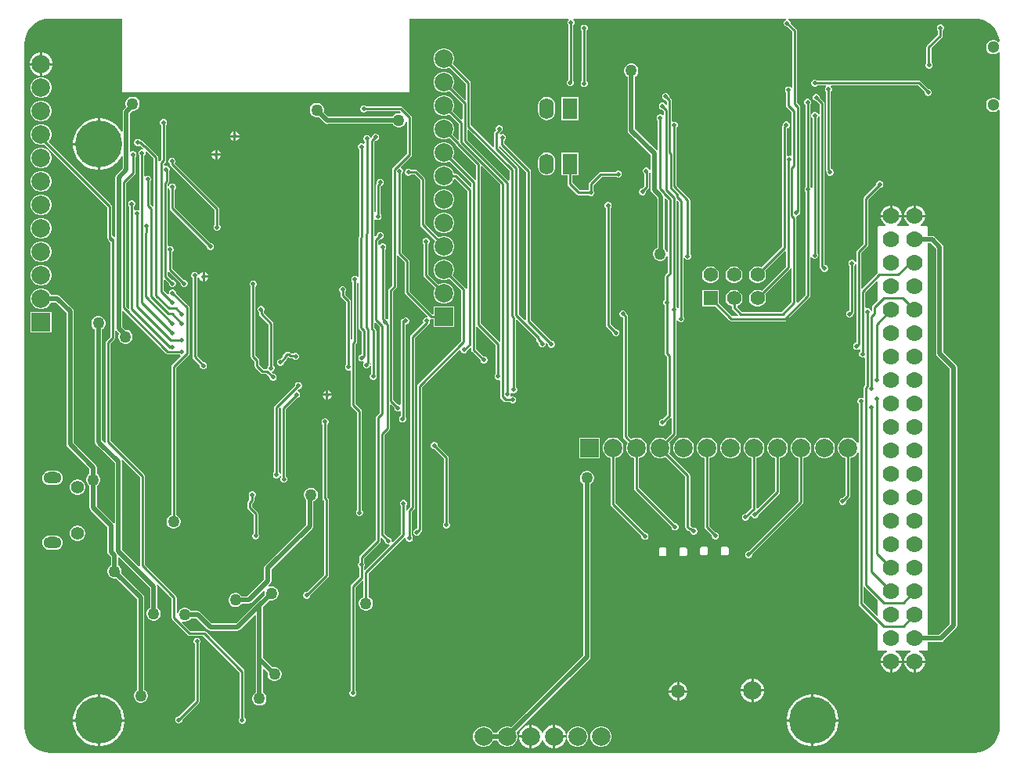
<source format=gbl>
G04*
G04 #@! TF.GenerationSoftware,Altium Limited,Altium Designer,23.3.1 (30)*
G04*
G04 Layer_Physical_Order=2*
G04 Layer_Color=16711680*
%FSLAX44Y44*%
%MOMM*%
G71*
G04*
G04 #@! TF.SameCoordinates,21713941-C728-493B-82DC-0AA0DF36458C*
G04*
G04*
G04 #@! TF.FilePolarity,Positive*
G04*
G01*
G75*
%ADD12C,0.5080*%
%ADD14C,0.2540*%
%ADD58C,1.7780*%
%ADD65O,1.9558X1.2700*%
%ADD66C,1.3970*%
%ADD89C,2.0000*%
%ADD90C,1.3000*%
%ADD91C,5.0800*%
%ADD92C,1.5748*%
%ADD93R,1.5748X1.5748*%
%ADD94R,2.0000X2.0000*%
%ADD95R,2.0000X2.0000*%
%ADD96O,1.6000X2.2500*%
%ADD97R,1.6000X2.2500*%
%ADD98C,1.4986*%
%ADD99C,0.5080*%
%ADD100C,1.2700*%
%ADD101C,0.6604*%
G36*
X1034289Y797080D02*
X1038473Y796076D01*
X1042447Y794429D01*
X1046116Y792181D01*
X1049387Y789387D01*
X1052181Y786116D01*
X1054429Y782447D01*
X1056076Y778473D01*
X1057080Y774289D01*
X1057225Y772446D01*
X1055996Y771879D01*
X1055182Y772693D01*
X1053410Y773716D01*
X1051434Y774245D01*
X1049388D01*
X1047412Y773716D01*
X1045640Y772693D01*
X1044194Y771246D01*
X1043171Y769474D01*
X1042641Y767498D01*
Y765452D01*
X1043171Y763476D01*
X1044194Y761704D01*
X1045640Y760258D01*
X1047412Y759235D01*
X1049388Y758705D01*
X1051434D01*
X1053410Y759235D01*
X1055182Y760258D01*
X1056140Y761216D01*
X1057410Y760690D01*
Y709761D01*
X1056140Y709235D01*
X1055182Y710193D01*
X1053410Y711216D01*
X1051434Y711745D01*
X1049388D01*
X1047412Y711216D01*
X1045640Y710193D01*
X1044194Y708746D01*
X1043171Y706974D01*
X1042641Y704998D01*
Y702952D01*
X1043171Y700976D01*
X1044194Y699204D01*
X1045640Y697758D01*
X1047412Y696735D01*
X1049388Y696205D01*
X1051434D01*
X1053410Y696735D01*
X1055182Y697758D01*
X1056140Y698716D01*
X1057410Y698190D01*
Y30000D01*
X1057415Y29974D01*
X1057080Y25711D01*
X1056076Y21528D01*
X1054429Y17553D01*
X1052181Y13884D01*
X1049387Y10613D01*
X1046116Y7819D01*
X1042447Y5571D01*
X1038473Y3924D01*
X1034289Y2920D01*
X1030026Y2585D01*
X1030000Y2590D01*
X30000D01*
X29974Y2585D01*
X25711Y2920D01*
X21528Y3924D01*
X17553Y5571D01*
X13884Y7819D01*
X10613Y10613D01*
X7819Y13884D01*
X5571Y17553D01*
X3924Y21528D01*
X2920Y25711D01*
X2585Y29974D01*
X2590Y30000D01*
Y770000D01*
X2585Y770026D01*
X2920Y774289D01*
X3924Y778473D01*
X5571Y782447D01*
X7819Y786116D01*
X10613Y789387D01*
X13884Y792181D01*
X17553Y794429D01*
X21528Y796076D01*
X25711Y797080D01*
X29974Y797415D01*
X30000Y797410D01*
X107950D01*
Y718820D01*
X109220Y717550D01*
X419100D01*
Y797410D01*
X591060D01*
X591196Y797176D01*
X591449Y796140D01*
X590597Y795288D01*
X590017Y793888D01*
Y792372D01*
X590597Y790972D01*
X590824Y790745D01*
Y731212D01*
X589770Y730158D01*
X589190Y728758D01*
Y727242D01*
X589770Y725842D01*
X590842Y724770D01*
X592242Y724190D01*
X593758D01*
X595158Y724770D01*
X596230Y725842D01*
X596810Y727242D01*
Y728758D01*
X596230Y730158D01*
X596003Y730385D01*
Y789918D01*
X597057Y790972D01*
X597637Y792372D01*
Y793888D01*
X597057Y795288D01*
X596205Y796140D01*
X596459Y797176D01*
X596595Y797410D01*
X826080D01*
X826332Y796140D01*
X825342Y795730D01*
X824270Y794658D01*
X823690Y793258D01*
Y791742D01*
X824270Y790342D01*
X825342Y789270D01*
X826742Y788690D01*
X827647D01*
X833167Y783171D01*
Y722820D01*
X832664Y722569D01*
X831897Y722430D01*
X830987Y723339D01*
X829587Y723920D01*
X828071D01*
X826671Y723339D01*
X825599Y722268D01*
X825019Y720867D01*
Y719352D01*
X825599Y717951D01*
X826239Y717311D01*
Y703195D01*
X826437Y702205D01*
X826998Y701364D01*
X832489Y695874D01*
Y649466D01*
X831219Y648617D01*
X830756Y648809D01*
X829240D01*
X828658Y648568D01*
X827388Y649416D01*
Y678280D01*
X827404D01*
X828805Y678860D01*
X829877Y679932D01*
X830457Y681332D01*
Y682848D01*
X829877Y684249D01*
X828805Y685320D01*
X827404Y685900D01*
X825889D01*
X824489Y685320D01*
X823417Y684249D01*
X822837Y682848D01*
Y681878D01*
X822406Y681233D01*
X822209Y680242D01*
Y550471D01*
X799772Y528034D01*
X798930Y528521D01*
X796604Y529144D01*
X794196D01*
X791871Y528521D01*
X789786Y527317D01*
X788083Y525615D01*
X786879Y523530D01*
X786256Y521204D01*
Y518796D01*
X786879Y516470D01*
X788083Y514385D01*
X789786Y512683D01*
X791871Y511479D01*
X794196Y510856D01*
X796604D01*
X798930Y511479D01*
X801015Y512683D01*
X802717Y514385D01*
X803921Y516470D01*
X804544Y518796D01*
Y521204D01*
X803921Y523530D01*
X803434Y524372D01*
X824845Y545783D01*
X826019Y545297D01*
Y528881D01*
X799772Y502634D01*
X798930Y503121D01*
X796604Y503744D01*
X794196D01*
X791871Y503121D01*
X789786Y501917D01*
X788083Y500215D01*
X786879Y498130D01*
X786256Y495804D01*
Y493396D01*
X786879Y491071D01*
X788083Y488985D01*
X789786Y487283D01*
X791871Y486079D01*
X794196Y485456D01*
X796604D01*
X798930Y486079D01*
X801015Y487283D01*
X802717Y488985D01*
X803921Y491071D01*
X804544Y493396D01*
Y495804D01*
X803921Y498130D01*
X803434Y498972D01*
X830440Y525977D01*
X831001Y526817D01*
X831140Y527518D01*
X832410Y527392D01*
Y491073D01*
X821427Y480090D01*
X778573D01*
X773820Y484842D01*
X773768Y485064D01*
X774039Y486373D01*
X775615Y487283D01*
X777317Y488985D01*
X778521Y491071D01*
X779144Y493396D01*
Y495804D01*
X778521Y498130D01*
X777317Y500215D01*
X775615Y501917D01*
X773530Y503121D01*
X771204Y503744D01*
X768796D01*
X766471Y503121D01*
X764386Y501917D01*
X762683Y500215D01*
X761479Y498130D01*
X760856Y495804D01*
Y493396D01*
X761479Y491071D01*
X762683Y488985D01*
X764386Y487283D01*
X766471Y486079D01*
X768040Y485659D01*
Y484370D01*
X768237Y483379D01*
X768799Y482539D01*
X774978Y476360D01*
X774452Y475090D01*
X767773D01*
X753744Y489118D01*
Y503744D01*
X735456D01*
Y485456D01*
X750081D01*
X764869Y470669D01*
X765709Y470107D01*
X766700Y469910D01*
X825000D01*
X825991Y470107D01*
X826831Y470669D01*
X851831Y495669D01*
X852393Y496509D01*
X852590Y497500D01*
Y538831D01*
X853860Y539084D01*
X853960Y538842D01*
X855032Y537770D01*
X856432Y537190D01*
X857948D01*
X859348Y537770D01*
X860420Y538842D01*
X861000Y540242D01*
Y541758D01*
X860420Y543158D01*
X859935Y543643D01*
Y689547D01*
X860730Y690342D01*
X861140Y691332D01*
X862410Y691080D01*
Y529313D01*
X862607Y528322D01*
X863169Y527481D01*
X864190Y526460D01*
Y526242D01*
X864770Y524842D01*
X865842Y523770D01*
X867242Y523190D01*
X868758D01*
X870158Y523770D01*
X871230Y524842D01*
X871810Y526242D01*
Y527758D01*
X871230Y529158D01*
X870158Y530230D01*
X868758Y530810D01*
X867590D01*
Y706000D01*
X867393Y706991D01*
X866831Y707831D01*
X862810Y711852D01*
Y712758D01*
X862230Y714158D01*
X861158Y715230D01*
X859758Y715810D01*
X858242D01*
X856842Y715230D01*
X855770Y714158D01*
X855190Y712758D01*
Y711242D01*
X855770Y709842D01*
X856842Y708770D01*
X858242Y708190D01*
X859147D01*
X862410Y704927D01*
Y693920D01*
X861140Y693668D01*
X860730Y694658D01*
X859658Y695730D01*
X858258Y696310D01*
X856742D01*
X855342Y695730D01*
X854270Y694658D01*
X853690Y693258D01*
Y691742D01*
X854270Y690342D01*
X854755Y689857D01*
Y614295D01*
X853485Y614042D01*
X853230Y614658D01*
X852369Y615520D01*
Y704267D01*
X852788Y704686D01*
X853368Y706086D01*
Y707602D01*
X852788Y709002D01*
X851716Y710074D01*
X850315Y710654D01*
X848800D01*
X847400Y710074D01*
X846328Y709002D01*
X845748Y707602D01*
Y706086D01*
X846328Y704686D01*
X847189Y703824D01*
Y615077D01*
X846770Y614658D01*
X846190Y613258D01*
Y611742D01*
X846770Y610342D01*
X847410Y609702D01*
Y498573D01*
X838860Y490022D01*
X837590Y490548D01*
Y581278D01*
X837393Y582269D01*
X837292Y582419D01*
X837971Y583689D01*
X838256D01*
X839657Y584269D01*
X840728Y585341D01*
X841308Y586741D01*
Y588035D01*
X841478Y588889D01*
Y701868D01*
X841281Y702859D01*
X840720Y703699D01*
X838346Y706073D01*
Y784243D01*
X838149Y785235D01*
X837588Y786075D01*
X831310Y792353D01*
Y793258D01*
X830730Y794658D01*
X829658Y795730D01*
X828668Y796140D01*
X828920Y797410D01*
X1030000D01*
X1030026Y797415D01*
X1034289Y797080D01*
D02*
G37*
%LPC*%
G36*
X22230Y760621D02*
X21849D01*
Y749351D01*
X33119D01*
Y749732D01*
X32264Y752921D01*
X30613Y755781D01*
X28279Y758116D01*
X25419Y759767D01*
X22230Y760621D01*
D02*
G37*
G36*
X19309D02*
X18928D01*
X15739Y759767D01*
X12879Y758116D01*
X10544Y755781D01*
X8893Y752921D01*
X8039Y749732D01*
Y749351D01*
X19309D01*
Y760621D01*
D02*
G37*
G36*
X993898Y791210D02*
X992382D01*
X990982Y790630D01*
X989910Y789558D01*
X989330Y788158D01*
Y786642D01*
X989910Y785242D01*
X990550Y784602D01*
Y779805D01*
X978928Y768182D01*
X978366Y767342D01*
X978169Y766351D01*
Y749557D01*
X977770Y749158D01*
X977190Y747758D01*
Y746242D01*
X977770Y744842D01*
X978842Y743770D01*
X980242Y743190D01*
X981758D01*
X983158Y743770D01*
X984230Y744842D01*
X984810Y746242D01*
Y747758D01*
X984230Y749158D01*
X983348Y750040D01*
Y765278D01*
X994971Y776901D01*
X995533Y777741D01*
X995730Y778732D01*
Y784602D01*
X996370Y785242D01*
X996950Y786642D01*
Y788158D01*
X996370Y789558D01*
X995298Y790630D01*
X993898Y791210D01*
D02*
G37*
G36*
X33119Y746811D02*
X21849D01*
Y735541D01*
X22230D01*
X25419Y736396D01*
X28279Y738047D01*
X30613Y740381D01*
X32264Y743241D01*
X33119Y746430D01*
Y746811D01*
D02*
G37*
G36*
X19309D02*
X8039D01*
Y746430D01*
X8893Y743241D01*
X10544Y740381D01*
X12879Y738047D01*
X15739Y736396D01*
X18928Y735541D01*
X19309D01*
Y746811D01*
D02*
G37*
G36*
X608758Y790810D02*
X607242D01*
X605842Y790230D01*
X604770Y789158D01*
X604190Y787758D01*
Y786242D01*
X604770Y784842D01*
X605410Y784202D01*
Y729798D01*
X604770Y729158D01*
X604190Y727758D01*
Y726242D01*
X604770Y724842D01*
X605842Y723770D01*
X607242Y723190D01*
X608758D01*
X610158Y723770D01*
X611230Y724842D01*
X611810Y726242D01*
Y727758D01*
X611230Y729158D01*
X610590Y729798D01*
Y784202D01*
X611230Y784842D01*
X611810Y786242D01*
Y787758D01*
X611230Y789158D01*
X610158Y790230D01*
X608758Y790810D01*
D02*
G37*
G36*
X858258Y731310D02*
X856742D01*
X855342Y730730D01*
X854270Y729658D01*
X853690Y728258D01*
Y726742D01*
X854270Y725342D01*
X855342Y724270D01*
X856742Y723690D01*
X858258D01*
X859658Y724270D01*
X860298Y724910D01*
X869034D01*
X869560Y723640D01*
X868952Y723032D01*
X868372Y721632D01*
Y720116D01*
X868952Y718716D01*
X869592Y718076D01*
Y633505D01*
X869790Y632514D01*
X870230Y631855D01*
X870190Y631758D01*
Y630242D01*
X870770Y628842D01*
X871842Y627770D01*
X873242Y627190D01*
X874758D01*
X876158Y627770D01*
X877230Y628842D01*
X877810Y630242D01*
Y631758D01*
X877230Y633158D01*
X876158Y634230D01*
X874772Y634804D01*
Y718076D01*
X875412Y718716D01*
X875992Y720116D01*
Y721632D01*
X875412Y723032D01*
X874804Y723640D01*
X875330Y724910D01*
X968927D01*
X976190Y717647D01*
Y716742D01*
X976770Y715342D01*
X977842Y714270D01*
X979242Y713690D01*
X980758D01*
X982158Y714270D01*
X983230Y715342D01*
X983810Y716742D01*
Y718258D01*
X983230Y719658D01*
X982158Y720730D01*
X980758Y721310D01*
X979853D01*
X971831Y729331D01*
X970991Y729893D01*
X970000Y730090D01*
X860298D01*
X859658Y730730D01*
X858258Y731310D01*
D02*
G37*
G36*
X22062Y733951D02*
X19095D01*
X16229Y733183D01*
X13659Y731699D01*
X11560Y729601D01*
X10077Y727031D01*
X9309Y724165D01*
Y721197D01*
X10077Y718331D01*
X11560Y715761D01*
X13659Y713663D01*
X16229Y712179D01*
X19095Y711411D01*
X22062D01*
X24929Y712179D01*
X27499Y713663D01*
X29597Y715761D01*
X31081Y718331D01*
X31849Y721197D01*
Y724165D01*
X31081Y727031D01*
X29597Y729601D01*
X27499Y731699D01*
X24929Y733183D01*
X22062Y733951D01*
D02*
G37*
G36*
X457826Y765311D02*
X454859D01*
X451993Y764543D01*
X449423Y763059D01*
X447324Y760961D01*
X445841Y758391D01*
X445073Y755524D01*
Y752557D01*
X445841Y749691D01*
X447324Y747121D01*
X449423Y745022D01*
X451993Y743539D01*
X454859Y742771D01*
X457826D01*
X460693Y743539D01*
X462271Y744450D01*
X480280Y726441D01*
Y710025D01*
X479107Y709539D01*
X465934Y722712D01*
X466845Y724291D01*
X467613Y727157D01*
Y730124D01*
X466845Y732991D01*
X465361Y735561D01*
X463263Y737659D01*
X460693Y739143D01*
X457826Y739911D01*
X454859D01*
X451993Y739143D01*
X449423Y737659D01*
X447324Y735561D01*
X445841Y732991D01*
X445073Y730124D01*
Y727157D01*
X445841Y724291D01*
X447324Y721721D01*
X449423Y719622D01*
X451993Y718139D01*
X454859Y717371D01*
X457826D01*
X460693Y718139D01*
X462271Y719050D01*
X476470Y704851D01*
Y688435D01*
X475297Y687949D01*
X465934Y697312D01*
X466845Y698891D01*
X467613Y701757D01*
Y704724D01*
X466845Y707591D01*
X465361Y710161D01*
X463263Y712259D01*
X460693Y713743D01*
X457826Y714511D01*
X454859D01*
X451993Y713743D01*
X449423Y712259D01*
X447324Y710161D01*
X445841Y707591D01*
X445073Y704724D01*
Y701757D01*
X445841Y698891D01*
X447324Y696321D01*
X449423Y694222D01*
X451993Y692739D01*
X454859Y691971D01*
X457826D01*
X460693Y692739D01*
X462271Y693650D01*
X472660Y683261D01*
Y666845D01*
X471487Y666359D01*
X465934Y671913D01*
X466845Y673491D01*
X467613Y676357D01*
Y679324D01*
X466845Y682191D01*
X465361Y684761D01*
X463263Y686859D01*
X460693Y688343D01*
X457826Y689111D01*
X454859D01*
X451993Y688343D01*
X449423Y686859D01*
X447324Y684761D01*
X445841Y682191D01*
X445073Y679324D01*
Y676357D01*
X445841Y673491D01*
X447324Y670921D01*
X449423Y668822D01*
X451993Y667339D01*
X454859Y666571D01*
X457826D01*
X460693Y667339D01*
X462271Y668250D01*
X468927Y661594D01*
X469047Y660989D01*
X469609Y660149D01*
X491057Y638701D01*
Y623186D01*
X489786Y622660D01*
X465934Y646513D01*
X466845Y648091D01*
X467613Y650957D01*
Y653924D01*
X466845Y656791D01*
X465361Y659361D01*
X463263Y661459D01*
X460693Y662943D01*
X457826Y663711D01*
X454859D01*
X451993Y662943D01*
X449423Y661459D01*
X447324Y659361D01*
X445841Y656791D01*
X445073Y653924D01*
Y650957D01*
X445841Y648091D01*
X447324Y645521D01*
X449423Y643422D01*
X451993Y641939D01*
X454859Y641171D01*
X457826D01*
X460693Y641939D01*
X462271Y642850D01*
X486061Y619060D01*
Y615407D01*
X484791Y614881D01*
X470801Y628872D01*
X469960Y629433D01*
X468969Y629630D01*
X467316D01*
X466845Y631391D01*
X465361Y633961D01*
X463263Y636059D01*
X460693Y637543D01*
X457826Y638311D01*
X454859D01*
X451993Y637543D01*
X449423Y636059D01*
X447324Y633961D01*
X445841Y631391D01*
X445073Y628524D01*
Y625557D01*
X445841Y622691D01*
X447324Y620121D01*
X449423Y618022D01*
X451993Y616539D01*
X454859Y615771D01*
X457826D01*
X460693Y616539D01*
X463263Y618022D01*
X465361Y620121D01*
X466845Y622691D01*
X467060Y623492D01*
X468476Y623871D01*
X481280Y611067D01*
Y504889D01*
X480010Y504764D01*
X479913Y505255D01*
X479351Y506095D01*
X465934Y519512D01*
X466845Y521091D01*
X467613Y523957D01*
Y526924D01*
X466845Y529791D01*
X465361Y532361D01*
X463263Y534459D01*
X460693Y535943D01*
X457826Y536711D01*
X454859D01*
X451993Y535943D01*
X449423Y534459D01*
X447324Y532361D01*
X445841Y529791D01*
X445073Y526924D01*
Y523957D01*
X445841Y521091D01*
X447324Y518521D01*
X449423Y516422D01*
X451993Y514939D01*
X454859Y514171D01*
X457826D01*
X460693Y514939D01*
X462271Y515850D01*
X474930Y503191D01*
Y448254D01*
X428169Y401492D01*
X427607Y400652D01*
X427410Y399661D01*
Y245073D01*
X427147Y244810D01*
X426242D01*
X424842Y244230D01*
X423770Y243158D01*
X423190Y241758D01*
Y240242D01*
X423770Y238842D01*
X424842Y237770D01*
X426242Y237190D01*
X427758D01*
X429158Y237770D01*
X430230Y238842D01*
X430810Y240242D01*
Y241147D01*
X431831Y242169D01*
X432393Y243009D01*
X432590Y244000D01*
Y398588D01*
X472920Y438918D01*
X474190Y438392D01*
Y438242D01*
X474770Y436842D01*
X475842Y435770D01*
X477242Y435190D01*
X478758D01*
X480158Y435770D01*
X481230Y436842D01*
X481810Y438242D01*
Y438460D01*
X484791Y441441D01*
X486061Y440915D01*
Y438449D01*
X486258Y437458D01*
X486820Y436618D01*
X495670Y427767D01*
Y427157D01*
X496250Y425757D01*
X497322Y424685D01*
X498722Y424105D01*
X500238D01*
X501638Y424685D01*
X502710Y425757D01*
X503290Y427157D01*
Y428673D01*
X502710Y430073D01*
X501638Y431145D01*
X500238Y431725D01*
X499038D01*
X491241Y439522D01*
Y463301D01*
X492511Y463827D01*
X512015Y444323D01*
Y412639D01*
X511609Y412232D01*
X511029Y410832D01*
Y409316D01*
X511609Y407916D01*
X512681Y406844D01*
X514081Y406264D01*
X515597D01*
X515838Y406364D01*
X517108Y405516D01*
Y387898D01*
X517305Y386907D01*
X517867Y386067D01*
X521227Y382707D01*
X522067Y382145D01*
X523058Y381948D01*
X527929D01*
X528570Y381308D01*
X529970Y380728D01*
X531486D01*
X532886Y381308D01*
X533958Y382380D01*
X534538Y383780D01*
Y385296D01*
X533958Y386696D01*
X532886Y387768D01*
X531486Y388348D01*
X529970D01*
X529226Y388040D01*
X528254Y389012D01*
X528588Y389818D01*
Y391334D01*
X528328Y391962D01*
X529404Y392681D01*
X529785Y392301D01*
X531185Y391721D01*
X532701D01*
X534101Y392301D01*
X535173Y393373D01*
X535753Y394773D01*
Y396289D01*
X535173Y397689D01*
X534533Y398330D01*
Y471066D01*
X535706Y471552D01*
X556192Y451065D01*
Y449706D01*
X556389Y448714D01*
X556951Y447874D01*
X558823Y446002D01*
X558800Y445948D01*
Y444432D01*
X559380Y443032D01*
X560452Y441960D01*
X561852Y441380D01*
X563368D01*
X564768Y441960D01*
X565840Y443032D01*
X566420Y444432D01*
Y445541D01*
X567605Y446152D01*
X568690Y445067D01*
Y444162D01*
X569270Y442762D01*
X570342Y441690D01*
X571742Y441110D01*
X573258D01*
X574658Y441690D01*
X575730Y442762D01*
X576310Y444162D01*
Y445678D01*
X575730Y447078D01*
X574658Y448150D01*
X573258Y448730D01*
X572352D01*
X550090Y470993D01*
Y632500D01*
X549893Y633491D01*
X549331Y634331D01*
X521669Y661994D01*
Y665387D01*
X522664Y666383D01*
X523244Y667783D01*
Y669299D01*
X522664Y670699D01*
X521592Y671771D01*
X520192Y672351D01*
X518676D01*
X518007Y672074D01*
X516593Y672729D01*
X516577Y672752D01*
X516498Y673148D01*
X518249Y674899D01*
X518408Y674965D01*
X519480Y676037D01*
X520060Y677437D01*
Y678953D01*
X519480Y680353D01*
X518408Y681425D01*
X517008Y682005D01*
X515492D01*
X514092Y681425D01*
X513020Y680353D01*
X512440Y678953D01*
Y677437D01*
X512739Y676714D01*
X511359Y675334D01*
X510797Y674494D01*
X510600Y673503D01*
Y658469D01*
X509330Y657943D01*
X485460Y681814D01*
Y727514D01*
X485263Y728505D01*
X484701Y729345D01*
X465934Y748112D01*
X466845Y749691D01*
X467613Y752557D01*
Y755524D01*
X466845Y758391D01*
X465361Y760961D01*
X463263Y763059D01*
X460693Y764543D01*
X457826Y765311D01*
D02*
G37*
G36*
X602119Y712580D02*
X583580D01*
Y687540D01*
X602119D01*
Y712580D01*
D02*
G37*
G36*
X567450Y712660D02*
X565030Y712342D01*
X562775Y711407D01*
X560838Y709922D01*
X559352Y707985D01*
X558418Y705730D01*
X558100Y703310D01*
Y696810D01*
X558418Y694390D01*
X559352Y692135D01*
X560838Y690199D01*
X562775Y688713D01*
X565030Y687779D01*
X567450Y687460D01*
X569869Y687779D01*
X572124Y688713D01*
X574061Y690199D01*
X575547Y692135D01*
X576481Y694390D01*
X576800Y696810D01*
Y703310D01*
X576481Y705730D01*
X575547Y707985D01*
X574061Y709922D01*
X572124Y711407D01*
X569869Y712342D01*
X567450Y712660D01*
D02*
G37*
G36*
X22062Y708551D02*
X19095D01*
X16229Y707783D01*
X13659Y706299D01*
X11560Y704201D01*
X10077Y701631D01*
X9309Y698765D01*
Y695797D01*
X10077Y692931D01*
X11560Y690361D01*
X13659Y688263D01*
X16229Y686779D01*
X19095Y686011D01*
X22062D01*
X24929Y686779D01*
X27499Y688263D01*
X29597Y690361D01*
X31081Y692931D01*
X31849Y695797D01*
Y698765D01*
X31081Y701631D01*
X29597Y704201D01*
X27499Y706299D01*
X24929Y707783D01*
X22062Y708551D01*
D02*
G37*
G36*
X120677Y712856D02*
X118671D01*
X116733Y712337D01*
X114995Y711333D01*
X113576Y709915D01*
X112573Y708177D01*
X112054Y706239D01*
Y704233D01*
X112573Y702295D01*
X112840Y701833D01*
X109912Y698906D01*
X109070Y697645D01*
X108774Y696159D01*
Y675179D01*
X107539Y674882D01*
X106896Y676144D01*
X104311Y679702D01*
X101202Y682811D01*
X97644Y685396D01*
X93725Y687393D01*
X89543Y688752D01*
X85199Y689440D01*
X84270D01*
Y661500D01*
Y633560D01*
X85199D01*
X89543Y634248D01*
X93725Y635607D01*
X97644Y637604D01*
X101202Y640189D01*
X104311Y643298D01*
X106896Y646856D01*
X107539Y648118D01*
X108774Y647822D01*
Y635101D01*
X102015Y628342D01*
X101173Y627082D01*
X100878Y625595D01*
Y561897D01*
X99608Y561371D01*
X98948Y562030D01*
X97590Y562593D01*
Y593913D01*
X97393Y594904D01*
X96831Y595745D01*
X28606Y663970D01*
X29597Y664961D01*
X31081Y667531D01*
X31849Y670397D01*
Y673365D01*
X31081Y676231D01*
X29597Y678801D01*
X27499Y680899D01*
X24929Y682383D01*
X22062Y683151D01*
X19095D01*
X16229Y682383D01*
X13659Y680899D01*
X11560Y678801D01*
X10077Y676231D01*
X9309Y673365D01*
Y670397D01*
X10077Y667531D01*
X11560Y664961D01*
X13659Y662863D01*
X16229Y661379D01*
X19095Y660611D01*
X22062D01*
X24095Y661156D01*
X92410Y592841D01*
Y560590D01*
X92607Y559599D01*
X92980Y559041D01*
Y558042D01*
X93560Y556642D01*
X94632Y555570D01*
X95200Y555335D01*
Y452687D01*
X91089Y448576D01*
X90528Y447736D01*
X90331Y446745D01*
Y339332D01*
X90423Y338866D01*
X89253Y338241D01*
X86385Y341109D01*
Y460944D01*
X87179Y461403D01*
X88597Y462821D01*
X89601Y464559D01*
X90120Y466497D01*
Y468503D01*
X89601Y470441D01*
X88597Y472179D01*
X87179Y473597D01*
X85441Y474601D01*
X83503Y475120D01*
X81497D01*
X79559Y474601D01*
X77821Y473597D01*
X76403Y472179D01*
X75399Y470441D01*
X74880Y468503D01*
Y466497D01*
X75399Y464559D01*
X76403Y462821D01*
X77821Y461403D01*
X78615Y460944D01*
Y339500D01*
X78911Y338013D01*
X79753Y336753D01*
X82253Y334253D01*
X100255Y316250D01*
Y251507D01*
X98985Y251122D01*
X98851Y251322D01*
X80880Y269294D01*
Y291542D01*
X81650Y291987D01*
X83069Y293405D01*
X84072Y295143D01*
X84591Y297081D01*
Y299087D01*
X84072Y301025D01*
X83069Y302763D01*
X81650Y304182D01*
X80880Y304626D01*
Y311625D01*
X80584Y313111D01*
X79742Y314372D01*
X55955Y338159D01*
Y480430D01*
X55659Y481917D01*
X54817Y483177D01*
X41166Y496828D01*
X39905Y497670D01*
X38419Y497966D01*
X31205D01*
X31081Y498431D01*
X29597Y501001D01*
X27499Y503099D01*
X24929Y504583D01*
X22062Y505351D01*
X19095D01*
X16229Y504583D01*
X13659Y503099D01*
X11560Y501001D01*
X10077Y498431D01*
X9309Y495565D01*
Y492597D01*
X10077Y489731D01*
X11560Y487161D01*
X13659Y485063D01*
X16229Y483579D01*
X19095Y482811D01*
X22062D01*
X24929Y483579D01*
X27499Y485063D01*
X29597Y487161D01*
X31081Y489731D01*
X31205Y490197D01*
X36810D01*
X48185Y478821D01*
Y336550D01*
X48481Y335063D01*
X49323Y333803D01*
X73110Y310016D01*
Y304654D01*
X72293Y304182D01*
X70874Y302763D01*
X69871Y301025D01*
X69351Y299087D01*
Y297081D01*
X69871Y295143D01*
X70874Y293405D01*
X72293Y291987D01*
X73110Y291514D01*
Y267685D01*
X73406Y266198D01*
X74248Y264938D01*
X92220Y246966D01*
Y220036D01*
X92515Y218549D01*
X93357Y217289D01*
X96152Y214494D01*
Y205552D01*
X95358Y205093D01*
X93939Y203675D01*
X92936Y201937D01*
X92416Y199999D01*
Y197993D01*
X92936Y196055D01*
X93939Y194317D01*
X95358Y192898D01*
X97095Y191895D01*
X99033Y191376D01*
X101040D01*
X101925Y191613D01*
X124635Y168903D01*
Y70730D01*
X123841Y70272D01*
X122422Y68853D01*
X121419Y67115D01*
X120900Y65177D01*
Y63171D01*
X121419Y61233D01*
X122422Y59495D01*
X123841Y58076D01*
X125578Y57073D01*
X127516Y56554D01*
X129523D01*
X131461Y57073D01*
X133198Y58076D01*
X134617Y59495D01*
X135620Y61233D01*
X136140Y63171D01*
Y65177D01*
X135620Y67115D01*
X134617Y68853D01*
X133198Y70272D01*
X132404Y70730D01*
Y170513D01*
X132109Y171999D01*
X131266Y173259D01*
X107419Y197107D01*
X107656Y197993D01*
Y199999D01*
X107137Y201937D01*
X106134Y203675D01*
X104715Y205093D01*
X103921Y205552D01*
Y214046D01*
X105094Y214532D01*
X138376Y181250D01*
Y159641D01*
X137582Y159182D01*
X136163Y157764D01*
X135160Y156026D01*
X134641Y154088D01*
Y152082D01*
X135160Y150144D01*
X136163Y148406D01*
X137582Y146987D01*
X139319Y145984D01*
X141257Y145465D01*
X143264D01*
X145202Y145984D01*
X146939Y146987D01*
X148358Y148406D01*
X149361Y150144D01*
X149881Y152082D01*
Y154088D01*
X149361Y156026D01*
X148358Y157764D01*
X146939Y159182D01*
X146145Y159641D01*
Y182859D01*
X145942Y183879D01*
X147113Y184505D01*
X161995Y169622D01*
Y148345D01*
X162192Y147354D01*
X162754Y146513D01*
X179223Y130043D01*
X180064Y129482D01*
X181055Y129285D01*
X195791D01*
X235609Y89467D01*
Y40532D01*
X234969Y39891D01*
X234389Y38491D01*
Y36975D01*
X234969Y35575D01*
X236041Y34503D01*
X237441Y33923D01*
X238957D01*
X240357Y34503D01*
X241429Y35575D01*
X242009Y36975D01*
Y38491D01*
X241429Y39891D01*
X240789Y40532D01*
Y90539D01*
X240592Y91530D01*
X240030Y92371D01*
X198696Y133706D01*
X198696Y133706D01*
X197855Y134267D01*
X196864Y134465D01*
X182127D01*
X172989Y143603D01*
X173646Y144742D01*
X174997Y144380D01*
X177003D01*
X178941Y144899D01*
X180679Y145903D01*
X182097Y147321D01*
X182556Y148115D01*
X188391D01*
X200823Y135683D01*
X202083Y134841D01*
X203570Y134545D01*
X233143D01*
X234629Y134841D01*
X235889Y135683D01*
X251800Y151593D01*
X252973Y151107D01*
Y103822D01*
Y67734D01*
X252179Y67276D01*
X250760Y65857D01*
X249757Y64120D01*
X249237Y62182D01*
Y60175D01*
X249757Y58237D01*
X250760Y56500D01*
X252179Y55081D01*
X253916Y54078D01*
X255854Y53558D01*
X257861D01*
X259799Y54078D01*
X261536Y55081D01*
X262955Y56500D01*
X263958Y58237D01*
X264478Y60175D01*
Y62182D01*
X263958Y64120D01*
X262955Y65857D01*
X261536Y67276D01*
X260742Y67734D01*
Y92785D01*
X261915Y93271D01*
X265667Y89519D01*
X265430Y88633D01*
Y86627D01*
X265949Y84689D01*
X266952Y82951D01*
X268371Y81532D01*
X270109Y80529D01*
X272047Y80010D01*
X274053D01*
X275991Y80529D01*
X277729Y81532D01*
X279147Y82951D01*
X280151Y84689D01*
X280670Y86627D01*
Y88633D01*
X280151Y90571D01*
X279147Y92309D01*
X277729Y93728D01*
X275991Y94731D01*
X274053Y95250D01*
X272047D01*
X271161Y95013D01*
X260742Y105432D01*
Y160536D01*
X267925Y167719D01*
X268811Y167481D01*
X270817D01*
X272755Y168001D01*
X274493Y169004D01*
X275912Y170423D01*
X276915Y172160D01*
X277434Y174098D01*
Y176105D01*
X276915Y178043D01*
X275912Y179780D01*
X274493Y181199D01*
X272755Y182202D01*
X270817Y182722D01*
X268811D01*
X266980Y182231D01*
X266877Y182291D01*
X266515Y183562D01*
X268464Y185511D01*
X269306Y186772D01*
X269602Y188258D01*
Y201108D01*
X313853Y245359D01*
X314695Y246620D01*
X314991Y248106D01*
Y274558D01*
X315454Y274682D01*
X317192Y275686D01*
X318610Y277104D01*
X319613Y278842D01*
X320133Y280780D01*
Y282786D01*
X319613Y284724D01*
X318610Y286462D01*
X317192Y287881D01*
X315454Y288884D01*
X313516Y289403D01*
X311509D01*
X309571Y288884D01*
X307834Y287881D01*
X306415Y286462D01*
X305412Y284724D01*
X304893Y282786D01*
Y280780D01*
X305412Y278842D01*
X306415Y277104D01*
X307222Y276298D01*
Y249715D01*
X262971Y205464D01*
X262129Y204204D01*
X261833Y202717D01*
Y189867D01*
X243760Y171795D01*
X237556D01*
X237097Y172589D01*
X235679Y174007D01*
X233941Y175011D01*
X232003Y175530D01*
X229997D01*
X228059Y175011D01*
X226321Y174007D01*
X224902Y172589D01*
X223899Y170851D01*
X223380Y168913D01*
Y166907D01*
X223899Y164969D01*
X224902Y163231D01*
X226321Y161812D01*
X228059Y160809D01*
X229997Y160290D01*
X232003D01*
X233941Y160809D01*
X235679Y161812D01*
X237097Y163231D01*
X237556Y164025D01*
X245369D01*
X246856Y164321D01*
X248116Y165163D01*
X261354Y178401D01*
X262624Y178038D01*
X262685Y177935D01*
X262194Y176105D01*
Y174098D01*
X262431Y173213D01*
X254111Y164892D01*
X231534Y142315D01*
X205179D01*
X192747Y154747D01*
X191487Y155589D01*
X190000Y155885D01*
X182556D01*
X182097Y156679D01*
X180679Y158097D01*
X178941Y159101D01*
X177003Y159620D01*
X174997D01*
X173059Y159101D01*
X171321Y158097D01*
X169902Y156679D01*
X168899Y154941D01*
X168445Y153244D01*
X167175Y153412D01*
Y170695D01*
X166978Y171686D01*
X166416Y172526D01*
X132590Y206353D01*
Y302253D01*
X132393Y303244D01*
X131831Y304084D01*
X95510Y340405D01*
Y445672D01*
X99621Y449784D01*
X100183Y450624D01*
X100380Y451615D01*
Y459522D01*
X101650Y459907D01*
X102015Y459360D01*
X105056Y456319D01*
X104790Y455858D01*
X104271Y453920D01*
Y451913D01*
X104790Y449975D01*
X105793Y448238D01*
X107212Y446819D01*
X108949Y445816D01*
X110887Y445297D01*
X112894D01*
X114832Y445816D01*
X116569Y446819D01*
X117988Y448238D01*
X118991Y449975D01*
X119511Y451913D01*
Y453920D01*
X118991Y455858D01*
X117988Y457595D01*
X116569Y459014D01*
X114832Y460017D01*
X112894Y460537D01*
X111826D01*
X108647Y463716D01*
Y480391D01*
X109820Y480877D01*
X155649Y435049D01*
X156489Y434487D01*
X157480Y434290D01*
X169922D01*
X170562Y433650D01*
X171332Y433331D01*
X171694Y431897D01*
X161999Y422201D01*
X161437Y421361D01*
X161240Y420370D01*
Y259925D01*
X160889Y259831D01*
X159151Y258827D01*
X157732Y257409D01*
X156729Y255671D01*
X156210Y253733D01*
Y251727D01*
X156729Y249789D01*
X157732Y248051D01*
X159151Y246632D01*
X160889Y245629D01*
X162827Y245110D01*
X164833D01*
X166771Y245629D01*
X168509Y246632D01*
X169928Y248051D01*
X170931Y249789D01*
X171450Y251727D01*
Y253733D01*
X170931Y255671D01*
X169928Y257409D01*
X168509Y258827D01*
X166771Y259831D01*
X166420Y259925D01*
Y419297D01*
X180375Y433253D01*
X180937Y434093D01*
X181134Y435084D01*
Y484396D01*
X180937Y485387D01*
X180375Y486227D01*
X166370Y500233D01*
Y501138D01*
X165790Y502538D01*
X164718Y503610D01*
X163318Y504190D01*
X161802D01*
X160402Y503610D01*
X159330Y502538D01*
X158750Y501138D01*
Y499622D01*
X158844Y499394D01*
X157768Y498675D01*
X153324Y503118D01*
Y514454D01*
X154498Y514940D01*
X158750Y510687D01*
Y509782D01*
X159330Y508382D01*
X160402Y507310D01*
X161802Y506730D01*
X163318D01*
X164718Y507310D01*
X165790Y508382D01*
X166370Y509782D01*
Y511298D01*
X165790Y512698D01*
X164718Y513770D01*
X163318Y514350D01*
X162412D01*
X157530Y519233D01*
Y522812D01*
X158800Y523338D01*
X171450Y510687D01*
Y509782D01*
X172030Y508382D01*
X173102Y507310D01*
X174502Y506730D01*
X176018D01*
X177418Y507310D01*
X178490Y508382D01*
X179070Y509782D01*
Y511298D01*
X178490Y512698D01*
X177418Y513770D01*
X176018Y514350D01*
X175112D01*
X162610Y526853D01*
Y544572D01*
X163250Y545212D01*
X163830Y546612D01*
Y548128D01*
X163250Y549528D01*
X162178Y550600D01*
X160778Y551180D01*
X159262D01*
X158800Y550989D01*
X157530Y551837D01*
Y613722D01*
X158800Y613975D01*
X159270Y612841D01*
X159910Y612200D01*
Y591933D01*
X160107Y590942D01*
X160668Y590101D01*
X200051Y550719D01*
Y549813D01*
X200631Y548413D01*
X201703Y547341D01*
X203103Y546761D01*
X204619D01*
X206019Y547341D01*
X207091Y548413D01*
X207671Y549813D01*
Y551329D01*
X207091Y552729D01*
X206019Y553801D01*
X204619Y554381D01*
X203714D01*
X165089Y593005D01*
Y612200D01*
X165730Y612841D01*
X166310Y614241D01*
Y615757D01*
X165730Y617157D01*
X164658Y618229D01*
X163258Y618809D01*
X161742D01*
X160341Y618229D01*
X159270Y617157D01*
X158800Y616022D01*
X157530Y616275D01*
Y618410D01*
X158061Y618941D01*
X158622Y619781D01*
X158819Y620772D01*
Y631759D01*
X159045Y631984D01*
X159625Y633384D01*
Y634900D01*
X159045Y636300D01*
X157973Y637372D01*
X156572Y637952D01*
X155057D01*
X154594Y637761D01*
X153324Y638609D01*
Y640072D01*
X154955Y641703D01*
X155517Y642543D01*
X155714Y643534D01*
Y681855D01*
X156354Y682496D01*
X156934Y683896D01*
Y685412D01*
X156354Y686812D01*
X155282Y687884D01*
X153882Y688464D01*
X152366D01*
X150966Y687884D01*
X149894Y686812D01*
X149314Y685412D01*
Y683896D01*
X149894Y682496D01*
X150534Y681855D01*
Y644607D01*
X148903Y642976D01*
X148640Y642582D01*
X147370Y642967D01*
Y647190D01*
X147173Y648182D01*
X146611Y649022D01*
X134942Y660691D01*
X134102Y661253D01*
X133480Y661376D01*
X129788Y665068D01*
X128948Y665630D01*
X128018Y665815D01*
X127366Y666467D01*
X125965Y667047D01*
X124450D01*
X123049Y666467D01*
X121978Y665395D01*
X121398Y663995D01*
Y662479D01*
X121978Y661079D01*
X123049Y660007D01*
X124450Y659427D01*
X125965D01*
X127366Y660007D01*
X127445Y660086D01*
X130503Y657029D01*
X131220Y656550D01*
X130618Y655424D01*
X130577Y655441D01*
X129062D01*
X127661Y654861D01*
X126590Y653789D01*
X126010Y652389D01*
Y650873D01*
X126590Y649473D01*
X126950Y649112D01*
Y590216D01*
X125680Y589509D01*
X124823Y589864D01*
X123308D01*
X122510Y589533D01*
X121240Y590276D01*
Y594102D01*
X121880Y594742D01*
X122460Y596142D01*
Y597658D01*
X121880Y599058D01*
X120808Y600130D01*
X119408Y600710D01*
X117892D01*
X116492Y600130D01*
X115420Y599058D01*
X114840Y597658D01*
Y596142D01*
X115420Y594742D01*
X116060Y594102D01*
Y483758D01*
X114930Y483198D01*
X114836Y483187D01*
X112590Y485433D01*
Y619371D01*
X121831Y628613D01*
X122393Y629453D01*
X122590Y630444D01*
Y647202D01*
X123230Y647842D01*
X123810Y649242D01*
Y650758D01*
X123230Y652159D01*
X122158Y653230D01*
X120758Y653810D01*
X119242D01*
X117842Y653230D01*
X117814Y653202D01*
X116544Y653728D01*
Y694550D01*
X119610Y697616D01*
X120677D01*
X122615Y698135D01*
X124353Y699138D01*
X125772Y700557D01*
X126775Y702295D01*
X127294Y704233D01*
Y706239D01*
X126775Y708177D01*
X125772Y709915D01*
X124353Y711333D01*
X122615Y712337D01*
X120677Y712856D01*
D02*
G37*
G36*
X231270Y674973D02*
Y671270D01*
X234972D01*
X234307Y672878D01*
X232878Y674307D01*
X231270Y674973D01*
D02*
G37*
G36*
X228730D02*
X227122Y674307D01*
X225693Y672878D01*
X225028Y671270D01*
X228730D01*
Y674973D01*
D02*
G37*
G36*
X234972Y668730D02*
X231270D01*
Y665027D01*
X232878Y665693D01*
X234307Y667122D01*
X234972Y668730D01*
D02*
G37*
G36*
X228730D02*
X225028D01*
X225693Y667122D01*
X227122Y665693D01*
X228730Y665027D01*
Y668730D01*
D02*
G37*
G36*
X81730Y689440D02*
X80801D01*
X76457Y688752D01*
X72275Y687393D01*
X68356Y685396D01*
X64798Y682811D01*
X61689Y679702D01*
X59104Y676144D01*
X57107Y672225D01*
X55748Y668043D01*
X55060Y663699D01*
Y662770D01*
X81730D01*
Y689440D01*
D02*
G37*
G36*
X211270Y654973D02*
Y651270D01*
X214972D01*
X214307Y652878D01*
X212878Y654307D01*
X211270Y654973D01*
D02*
G37*
G36*
X208730D02*
X207122Y654307D01*
X205693Y652878D01*
X205028Y651270D01*
X208730D01*
Y654973D01*
D02*
G37*
G36*
X214972Y648730D02*
X211270D01*
Y645027D01*
X212878Y645693D01*
X214307Y647122D01*
X214972Y648730D01*
D02*
G37*
G36*
X208730D02*
X205028D01*
X205693Y647122D01*
X207122Y645693D01*
X208730Y645027D01*
Y648730D01*
D02*
G37*
G36*
X22062Y657751D02*
X19095D01*
X16229Y656983D01*
X13659Y655499D01*
X11560Y653401D01*
X10077Y650831D01*
X9309Y647965D01*
Y644997D01*
X10077Y642131D01*
X11560Y639561D01*
X13659Y637463D01*
X16229Y635979D01*
X19095Y635211D01*
X22062D01*
X24929Y635979D01*
X27499Y637463D01*
X29597Y639561D01*
X31081Y642131D01*
X31849Y644997D01*
Y647965D01*
X31081Y650831D01*
X29597Y653401D01*
X27499Y655499D01*
X24929Y656983D01*
X22062Y657751D01*
D02*
G37*
G36*
X660003Y748620D02*
X657997D01*
X656059Y748101D01*
X654321Y747097D01*
X652903Y745679D01*
X651899Y743941D01*
X651380Y742003D01*
Y739997D01*
X651899Y738059D01*
X652903Y736321D01*
X654321Y734902D01*
X655115Y734444D01*
Y676222D01*
X655411Y674736D01*
X656253Y673475D01*
X679821Y649907D01*
Y634134D01*
X678551Y633882D01*
X678230Y634658D01*
X677158Y635730D01*
X675758Y636310D01*
X674242D01*
X672842Y635730D01*
X671770Y634658D01*
X671190Y633258D01*
Y631742D01*
X671770Y630342D01*
X672842Y629270D01*
X672896Y629248D01*
Y616246D01*
X670460Y613810D01*
X670242D01*
X668842Y613230D01*
X667770Y612158D01*
X667190Y610758D01*
Y609242D01*
X667770Y607842D01*
X668842Y606770D01*
X670242Y606190D01*
X671758D01*
X673158Y606770D01*
X674230Y607842D01*
X674810Y609242D01*
Y610758D01*
X674787Y610812D01*
X677317Y613342D01*
X677879Y614182D01*
X678076Y615173D01*
Y630025D01*
X678551Y630544D01*
X679821Y630050D01*
Y612181D01*
X680117Y610694D01*
X680959Y609434D01*
X685554Y604839D01*
X686323Y603688D01*
X687166Y602846D01*
Y549629D01*
X687059Y549601D01*
X685321Y548597D01*
X683903Y547179D01*
X682899Y545441D01*
X682380Y543503D01*
Y541497D01*
X682899Y539559D01*
X683903Y537821D01*
X685321Y536403D01*
X687059Y535399D01*
X688997Y534880D01*
X691003D01*
X692941Y535399D01*
X694679Y536403D01*
X696097Y537821D01*
X697101Y539559D01*
X697260Y540154D01*
X698530Y539987D01*
Y522691D01*
X695669Y519830D01*
X695107Y518989D01*
X694910Y517998D01*
Y492798D01*
X694270Y492158D01*
X693690Y490758D01*
Y489242D01*
X694270Y487842D01*
X694910Y487202D01*
Y434568D01*
X695107Y433577D01*
X695669Y432737D01*
X697410Y430996D01*
Y368573D01*
X692647Y363810D01*
X691742D01*
X690342Y363230D01*
X689270Y362158D01*
X688690Y360758D01*
Y359242D01*
X689270Y357842D01*
X690342Y356770D01*
X691742Y356190D01*
X693258D01*
X694658Y356770D01*
X695730Y357842D01*
X696310Y359242D01*
Y360148D01*
X701140Y364978D01*
X702410Y364452D01*
Y348473D01*
X696028Y342091D01*
X694450Y343002D01*
X691583Y343770D01*
X688616D01*
X685750Y343002D01*
X683180Y341518D01*
X681081Y339420D01*
X679598Y336850D01*
X678830Y333984D01*
Y331016D01*
X679598Y328150D01*
X681081Y325580D01*
X683180Y323482D01*
X685750Y321998D01*
X688616Y321230D01*
X691583D01*
X694450Y321998D01*
X696028Y322909D01*
X717410Y301527D01*
Y246821D01*
X717607Y245830D01*
X718169Y244990D01*
X719965Y243194D01*
X720805Y242633D01*
X721796Y242436D01*
X722155D01*
X722638Y241953D01*
Y241735D01*
X723218Y240334D01*
X724289Y239263D01*
X725690Y238683D01*
X727206D01*
X728606Y239263D01*
X729678Y240334D01*
X730258Y241735D01*
Y243251D01*
X729678Y244651D01*
X728606Y245723D01*
X727206Y246303D01*
X725690D01*
X725635Y246280D01*
X725059Y246857D01*
X724219Y247418D01*
X723228Y247615D01*
X722869D01*
X722590Y247894D01*
Y302600D01*
X722393Y303591D01*
X721831Y304431D01*
X699691Y326572D01*
X700602Y328150D01*
X701370Y331016D01*
Y333984D01*
X700602Y336850D01*
X699691Y338428D01*
X706831Y345569D01*
X707393Y346409D01*
X707590Y347400D01*
Y471080D01*
X708860Y471332D01*
X709270Y470342D01*
X710342Y469270D01*
X711742Y468690D01*
X713258D01*
X714658Y469270D01*
X715730Y470342D01*
X716310Y471742D01*
Y473258D01*
X715730Y474658D01*
X715090Y475298D01*
Y538580D01*
X716360Y538832D01*
X716770Y537842D01*
X717842Y536770D01*
X719242Y536190D01*
X720758D01*
X722158Y536770D01*
X723230Y537842D01*
X723810Y539242D01*
Y540758D01*
X723230Y542158D01*
X722590Y542798D01*
Y601000D01*
X722393Y601991D01*
X721831Y602831D01*
X707900Y616763D01*
Y679281D01*
X708511Y679892D01*
X709091Y681292D01*
Y682808D01*
X708511Y684208D01*
X707439Y685280D01*
X706038Y685860D01*
X704523D01*
X704060Y685668D01*
X702790Y686517D01*
Y708799D01*
X702593Y709790D01*
X702032Y710631D01*
X699810Y712852D01*
Y713758D01*
X699230Y715158D01*
X698158Y716230D01*
X696758Y716810D01*
X695242D01*
X693842Y716230D01*
X692770Y715158D01*
X692190Y713758D01*
Y712242D01*
X692770Y710842D01*
X693842Y709770D01*
X695242Y709190D01*
X696148D01*
X697611Y707727D01*
Y703845D01*
X696341Y703166D01*
X696310Y703187D01*
Y703258D01*
X695730Y704658D01*
X694658Y705730D01*
X693258Y706310D01*
X691742D01*
X690342Y705730D01*
X689270Y704658D01*
X688690Y703258D01*
Y701742D01*
X689270Y700342D01*
X690342Y699270D01*
X691742Y698690D01*
X692287D01*
X693801Y697176D01*
Y693383D01*
X692531Y692857D01*
X692158Y693230D01*
X690758Y693810D01*
X689242D01*
X687842Y693230D01*
X686770Y692158D01*
X686190Y690758D01*
Y689242D01*
X686770Y687842D01*
X687410Y687202D01*
Y655035D01*
X687374Y655006D01*
X686140Y654576D01*
X662885Y677831D01*
Y734444D01*
X663679Y734902D01*
X665098Y736321D01*
X666101Y738059D01*
X666620Y739997D01*
Y742003D01*
X666101Y743941D01*
X665098Y745679D01*
X663679Y747097D01*
X661941Y748101D01*
X660003Y748620D01*
D02*
G37*
G36*
X81730Y660230D02*
X55060D01*
Y659301D01*
X55748Y654957D01*
X57107Y650775D01*
X59104Y646856D01*
X61689Y643298D01*
X64798Y640189D01*
X68356Y637604D01*
X72275Y635607D01*
X76457Y634248D01*
X80801Y633560D01*
X81730D01*
Y660230D01*
D02*
G37*
G36*
X567450Y652660D02*
X565030Y652342D01*
X562775Y651407D01*
X560838Y649922D01*
X559352Y647985D01*
X558418Y645730D01*
X558100Y643310D01*
Y636810D01*
X558418Y634390D01*
X559352Y632135D01*
X560838Y630199D01*
X562775Y628713D01*
X565030Y627779D01*
X567450Y627460D01*
X569869Y627779D01*
X572124Y628713D01*
X574061Y630199D01*
X575547Y632135D01*
X576481Y634390D01*
X576800Y636810D01*
Y643310D01*
X576481Y645730D01*
X575547Y647985D01*
X574061Y649922D01*
X572124Y651407D01*
X569869Y652342D01*
X567450Y652660D01*
D02*
G37*
G36*
X602119Y652580D02*
X583580D01*
Y627540D01*
X590260D01*
Y618150D01*
X590457Y617159D01*
X591019Y616319D01*
X600321Y607017D01*
X601161Y606455D01*
X602152Y606258D01*
X612376Y606258D01*
X613016Y605618D01*
X614416Y605038D01*
X615932D01*
X617332Y605618D01*
X618404Y606690D01*
X618984Y608090D01*
Y609606D01*
X618404Y611006D01*
X617764Y611646D01*
Y617102D01*
X627073Y626410D01*
X642202D01*
X642842Y625770D01*
X644242Y625190D01*
X645758D01*
X647158Y625770D01*
X648230Y626842D01*
X648810Y628242D01*
Y629758D01*
X648230Y631158D01*
X647158Y632230D01*
X645758Y632810D01*
X644242D01*
X642842Y632230D01*
X642202Y631590D01*
X626000D01*
X625009Y631393D01*
X624169Y630831D01*
X613343Y620005D01*
X612782Y619165D01*
X612584Y618174D01*
Y611646D01*
X612376Y611438D01*
X603225Y611438D01*
X595440Y619223D01*
Y627540D01*
X602119D01*
Y652580D01*
D02*
G37*
G36*
X22062Y632351D02*
X19095D01*
X16229Y631583D01*
X13659Y630099D01*
X11560Y628001D01*
X10077Y625431D01*
X9309Y622565D01*
Y619597D01*
X10077Y616731D01*
X11560Y614161D01*
X13659Y612063D01*
X16229Y610579D01*
X19095Y609811D01*
X22062D01*
X24929Y610579D01*
X27499Y612063D01*
X29597Y614161D01*
X31081Y616731D01*
X31849Y619597D01*
Y622565D01*
X31081Y625431D01*
X29597Y628001D01*
X27499Y630099D01*
X24929Y631583D01*
X22062Y632351D01*
D02*
G37*
G36*
X457826Y612911D02*
X454859D01*
X451993Y612143D01*
X449423Y610659D01*
X447324Y608561D01*
X445841Y605991D01*
X445073Y603124D01*
Y600157D01*
X445841Y597291D01*
X447324Y594721D01*
X449423Y592622D01*
X451993Y591139D01*
X454859Y590371D01*
X457826D01*
X460693Y591139D01*
X463263Y592622D01*
X465361Y594721D01*
X466845Y597291D01*
X467613Y600157D01*
Y603124D01*
X466845Y605991D01*
X465361Y608561D01*
X463263Y610659D01*
X460693Y612143D01*
X457826Y612911D01*
D02*
G37*
G36*
X966905Y595184D02*
X966670D01*
Y585024D01*
X976830D01*
Y585259D01*
X976051Y588166D01*
X974546Y590772D01*
X972418Y592900D01*
X969812Y594405D01*
X966905Y595184D01*
D02*
G37*
G36*
X941505D02*
X941270D01*
Y585024D01*
X951430D01*
Y585259D01*
X950651Y588166D01*
X949146Y590772D01*
X947018Y592900D01*
X944412Y594405D01*
X941505Y595184D01*
D02*
G37*
G36*
X964130D02*
X963895D01*
X960988Y594405D01*
X958382Y592900D01*
X956254Y590772D01*
X954749Y588166D01*
X953970Y585259D01*
Y585024D01*
X964130D01*
Y595184D01*
D02*
G37*
G36*
X938730D02*
X938495D01*
X935588Y594405D01*
X932982Y592900D01*
X930854Y590772D01*
X929349Y588166D01*
X928570Y585259D01*
Y585024D01*
X938730D01*
Y595184D01*
D02*
G37*
G36*
X22062Y606951D02*
X19095D01*
X16229Y606183D01*
X13659Y604699D01*
X11560Y602601D01*
X10077Y600031D01*
X9309Y597165D01*
Y594197D01*
X10077Y591331D01*
X11560Y588761D01*
X13659Y586663D01*
X16229Y585179D01*
X19095Y584411D01*
X22062D01*
X24929Y585179D01*
X27499Y586663D01*
X29597Y588761D01*
X31081Y591331D01*
X31849Y594197D01*
Y597165D01*
X31081Y600031D01*
X29597Y602601D01*
X27499Y604699D01*
X24929Y606183D01*
X22062Y606951D01*
D02*
G37*
G36*
X319773Y706120D02*
X317767D01*
X315829Y705601D01*
X314091Y704597D01*
X312673Y703179D01*
X311669Y701441D01*
X311150Y699503D01*
Y697497D01*
X311669Y695559D01*
X312673Y693821D01*
X314091Y692402D01*
X315829Y691399D01*
X317767Y690880D01*
X319773D01*
X320659Y691117D01*
X327453Y684323D01*
X328713Y683481D01*
X330200Y683185D01*
X331687Y683481D01*
X331885Y683614D01*
X400943D01*
X401402Y682820D01*
X402820Y681401D01*
X404558Y680398D01*
X406496Y679879D01*
X408502D01*
X410440Y680398D01*
X412178Y681401D01*
X413597Y682820D01*
X414600Y684557D01*
X414970Y685939D01*
X416240Y685772D01*
Y651337D01*
X400759Y635855D01*
X400197Y635015D01*
X400000Y634024D01*
Y508061D01*
X397085Y505146D01*
X396523Y504306D01*
X396326Y503315D01*
Y472386D01*
X395773Y472036D01*
X395056Y471761D01*
X393825Y472271D01*
X393607D01*
X392590Y473288D01*
Y547202D01*
X393230Y547842D01*
X393810Y549242D01*
Y550758D01*
X393230Y552158D01*
X392158Y553230D01*
X390758Y553810D01*
X389242D01*
X387842Y553230D01*
X386793Y552181D01*
X386665Y552184D01*
X385523Y552466D01*
Y556860D01*
X387352Y558690D01*
X388258D01*
X389658Y559270D01*
X390730Y560342D01*
X391310Y561742D01*
Y563258D01*
X390730Y564658D01*
X389658Y565730D01*
X388258Y566310D01*
X386742D01*
X385342Y565730D01*
X384270Y564658D01*
X383690Y563258D01*
Y562352D01*
X382320Y560982D01*
X381050Y561508D01*
Y579766D01*
X382320Y580292D01*
X382842Y579770D01*
X384242Y579190D01*
X385758D01*
X387158Y579770D01*
X388230Y580842D01*
X388810Y582242D01*
Y583758D01*
X388230Y585158D01*
X387590Y585798D01*
Y615740D01*
X388040Y616190D01*
X388258D01*
X389658Y616770D01*
X390730Y617842D01*
X391310Y619242D01*
Y620758D01*
X390730Y622158D01*
X389658Y623230D01*
X388258Y623810D01*
X386742D01*
X385342Y623230D01*
X384270Y622158D01*
X383690Y620758D01*
Y619242D01*
X383713Y619188D01*
X383169Y618644D01*
X382607Y617804D01*
X382410Y616813D01*
Y587045D01*
X382320Y586985D01*
X381050Y587663D01*
Y663900D01*
X382376Y665227D01*
X383281D01*
X384682Y665807D01*
X385754Y666878D01*
X386334Y668279D01*
Y669794D01*
X385754Y671195D01*
X384682Y672266D01*
X383281Y672847D01*
X381766D01*
X380365Y672266D01*
X379294Y671195D01*
X378713Y669794D01*
Y669268D01*
X377901Y668611D01*
X376616Y668968D01*
X376332Y669653D01*
X375261Y670724D01*
X373860Y671304D01*
X372345D01*
X370944Y670724D01*
X369873Y669653D01*
X369292Y668252D01*
Y666737D01*
X369873Y665336D01*
X370513Y664696D01*
Y662387D01*
X369243Y661861D01*
X369188Y661915D01*
X367788Y662495D01*
X366272D01*
X364872Y661915D01*
X363800Y660844D01*
X363220Y659443D01*
Y657928D01*
X363800Y656527D01*
X364710Y655617D01*
Y561862D01*
X364367Y561349D01*
X364170Y560358D01*
Y517954D01*
X362900Y517488D01*
X362158Y518230D01*
X360758Y518810D01*
X359242D01*
X357842Y518230D01*
X356770Y517158D01*
X356190Y515758D01*
Y514242D01*
X356770Y512842D01*
X357410Y512202D01*
Y449506D01*
X356920Y449142D01*
X355650Y449781D01*
Y491490D01*
X355453Y492481D01*
X354891Y493321D01*
X349570Y498643D01*
Y501392D01*
X349940Y501762D01*
X350520Y503162D01*
Y504678D01*
X349940Y506078D01*
X348868Y507150D01*
X347468Y507730D01*
X345952D01*
X344552Y507150D01*
X343480Y506078D01*
X342900Y504678D01*
Y503162D01*
X343480Y501762D01*
X344390Y500852D01*
Y497570D01*
X344587Y496579D01*
X345149Y495739D01*
X350470Y490417D01*
Y423077D01*
X349830Y422437D01*
X349250Y421037D01*
Y419521D01*
X349830Y418121D01*
X350902Y417049D01*
X352302Y416469D01*
X353818D01*
X354280Y416660D01*
X355550Y415812D01*
Y379338D01*
X355747Y378347D01*
X356309Y377506D01*
X362410Y371405D01*
Y265298D01*
X361770Y264658D01*
X361190Y263258D01*
Y261742D01*
X361770Y260342D01*
X362842Y259270D01*
X364242Y258690D01*
X365758D01*
X367158Y259270D01*
X368230Y260342D01*
X368810Y261742D01*
Y263258D01*
X368230Y264658D01*
X367590Y265298D01*
Y372478D01*
X367393Y373469D01*
X366831Y374309D01*
X360730Y380410D01*
Y444823D01*
X361831Y445924D01*
X362393Y446764D01*
X362590Y447755D01*
Y511273D01*
X362900Y511490D01*
X364170Y510828D01*
Y462876D01*
X364367Y461885D01*
X364929Y461045D01*
X367410Y458564D01*
Y433810D01*
X366742D01*
X365342Y433230D01*
X364270Y432158D01*
X363690Y430758D01*
Y429242D01*
X364270Y427842D01*
X365342Y426770D01*
X366742Y426190D01*
X368258D01*
X368907Y426459D01*
X369012Y426454D01*
X370198Y425651D01*
X370197Y425585D01*
X369270Y424658D01*
X368690Y423258D01*
Y421742D01*
X369270Y420342D01*
X370342Y419270D01*
X371742Y418690D01*
X373258D01*
X374658Y419270D01*
X375730Y420342D01*
X376310Y421742D01*
Y423258D01*
X376146Y423654D01*
X376203Y423739D01*
X376400Y424730D01*
Y456862D01*
X377670Y457541D01*
X377870Y457407D01*
Y413242D01*
X377842Y413230D01*
X376770Y412158D01*
X376190Y410758D01*
Y409242D01*
X376770Y407842D01*
X377842Y406770D01*
X379242Y406190D01*
X380758D01*
X382158Y406770D01*
X383230Y407842D01*
X383810Y409242D01*
Y410758D01*
X383230Y412158D01*
X383050Y412338D01*
Y459571D01*
X382853Y460562D01*
X382291Y461402D01*
X381050Y462644D01*
Y467835D01*
X382320Y468362D01*
X386938Y463744D01*
Y370600D01*
X383169Y366831D01*
X382607Y365991D01*
X382410Y365000D01*
Y233073D01*
X365169Y215831D01*
X364607Y214991D01*
X364410Y214000D01*
Y208798D01*
X363770Y208158D01*
X363190Y206758D01*
Y205242D01*
X363770Y203842D01*
X364410Y203202D01*
Y192882D01*
X356169Y184641D01*
X355607Y183801D01*
X355410Y182810D01*
Y69798D01*
X354770Y69158D01*
X354190Y67758D01*
Y66242D01*
X354770Y64842D01*
X355842Y63770D01*
X357242Y63190D01*
X358758D01*
X360158Y63770D01*
X361230Y64842D01*
X361810Y66242D01*
Y67758D01*
X361230Y69158D01*
X360590Y69798D01*
Y181737D01*
X368140Y189287D01*
X369410Y188761D01*
Y171195D01*
X369059Y171101D01*
X367321Y170098D01*
X365902Y168679D01*
X364899Y166941D01*
X364380Y165003D01*
Y162997D01*
X364899Y161059D01*
X365902Y159321D01*
X367321Y157902D01*
X369059Y156899D01*
X370997Y156380D01*
X373003D01*
X374941Y156899D01*
X376679Y157902D01*
X378097Y159321D01*
X379101Y161059D01*
X379620Y162997D01*
Y165003D01*
X379101Y166941D01*
X378097Y168679D01*
X376679Y170098D01*
X374941Y171101D01*
X374590Y171195D01*
Y196806D01*
X414016Y236232D01*
X414808Y235912D01*
X415189Y235610D01*
Y234242D01*
X415769Y232841D01*
X416841Y231770D01*
X418241Y231189D01*
X419757D01*
X421157Y231770D01*
X422229Y232841D01*
X422809Y234242D01*
Y235757D01*
X422229Y237158D01*
X421589Y237798D01*
Y263267D01*
X424331Y266010D01*
X424893Y266850D01*
X425090Y267841D01*
Y451907D01*
X439330Y466148D01*
X439892Y466988D01*
X439896Y467007D01*
X440729Y467841D01*
X441309Y469241D01*
Y470757D01*
X441174Y471082D01*
X442113Y472134D01*
X442533Y472051D01*
X445073D01*
Y463371D01*
X467613D01*
Y485911D01*
X445073D01*
Y477230D01*
X443606D01*
X419150Y501686D01*
Y534817D01*
X418953Y535808D01*
X418391Y536649D01*
X410800Y544240D01*
Y629662D01*
X411440Y630302D01*
X412020Y631702D01*
Y633218D01*
X411440Y634618D01*
X410368Y635690D01*
X409906Y635882D01*
X409608Y637379D01*
X420661Y648433D01*
X421223Y649273D01*
X421420Y650264D01*
Y690640D01*
X421223Y691632D01*
X420661Y692472D01*
X411532Y701601D01*
X410692Y702163D01*
X409701Y702360D01*
X372368D01*
X371728Y703000D01*
X370328Y703580D01*
X368812D01*
X367412Y703000D01*
X366340Y701928D01*
X365760Y700528D01*
Y699012D01*
X366340Y697612D01*
X367412Y696540D01*
X368812Y695960D01*
X370328D01*
X371728Y696540D01*
X372368Y697180D01*
X408628D01*
X409694Y696114D01*
X409036Y694976D01*
X408502Y695119D01*
X406496D01*
X404558Y694599D01*
X402820Y693596D01*
X401402Y692177D01*
X400943Y691383D01*
X331380D01*
X326153Y696611D01*
X326390Y697497D01*
Y699503D01*
X325871Y701441D01*
X324868Y703179D01*
X323449Y704597D01*
X321711Y705601D01*
X319773Y706120D01*
D02*
G37*
G36*
X162950Y646849D02*
X161434D01*
X160034Y646269D01*
X158962Y645197D01*
X158382Y643797D01*
Y642281D01*
X158962Y640881D01*
X159602Y640241D01*
Y639990D01*
X159800Y638999D01*
X160361Y638159D01*
X208230Y590290D01*
Y574298D01*
X207590Y573658D01*
X207010Y572258D01*
Y570742D01*
X207590Y569342D01*
X208662Y568270D01*
X210062Y567690D01*
X211578D01*
X212978Y568270D01*
X214050Y569342D01*
X214630Y570742D01*
Y572258D01*
X214050Y573658D01*
X213410Y574298D01*
Y591363D01*
X213213Y592354D01*
X212651Y593194D01*
X165193Y640652D01*
X165422Y640881D01*
X166002Y642281D01*
Y643797D01*
X165422Y645197D01*
X164350Y646269D01*
X162950Y646849D01*
D02*
G37*
G36*
X457826Y587511D02*
X454859D01*
X451993Y586743D01*
X449423Y585259D01*
X447324Y583161D01*
X445841Y580591D01*
X445073Y577724D01*
Y574757D01*
X445841Y571891D01*
X447324Y569321D01*
X449423Y567222D01*
X451993Y565739D01*
X454859Y564971D01*
X457826D01*
X460693Y565739D01*
X463263Y567222D01*
X465361Y569321D01*
X466845Y571891D01*
X467613Y574757D01*
Y577724D01*
X466845Y580591D01*
X465361Y583161D01*
X463263Y585259D01*
X460693Y586743D01*
X457826Y587511D01*
D02*
G37*
G36*
X22062Y581551D02*
X19095D01*
X16229Y580783D01*
X13659Y579299D01*
X11560Y577201D01*
X10077Y574631D01*
X9309Y571765D01*
Y568797D01*
X10077Y565931D01*
X11560Y563361D01*
X13659Y561263D01*
X16229Y559779D01*
X19095Y559011D01*
X22062D01*
X24929Y559779D01*
X27499Y561263D01*
X29597Y563361D01*
X31081Y565931D01*
X31849Y568797D01*
Y571765D01*
X31081Y574631D01*
X29597Y577201D01*
X27499Y579299D01*
X24929Y580783D01*
X22062Y581551D01*
D02*
G37*
G36*
X418588Y635000D02*
X417072D01*
X415672Y634420D01*
X414600Y633348D01*
X414020Y631948D01*
Y630432D01*
X414600Y629032D01*
X415672Y627960D01*
X417072Y627380D01*
X418588D01*
X419988Y627960D01*
X420628Y628600D01*
X424449D01*
X430480Y622569D01*
Y574114D01*
X430677Y573123D01*
X431239Y572282D01*
X446752Y556769D01*
X445841Y555191D01*
X445073Y552324D01*
Y549357D01*
X445841Y546491D01*
X447324Y543921D01*
X449423Y541822D01*
X451993Y540339D01*
X454859Y539571D01*
X457826D01*
X460693Y540339D01*
X463263Y541822D01*
X465361Y543921D01*
X466845Y546491D01*
X467613Y549357D01*
Y552324D01*
X466845Y555191D01*
X465361Y557761D01*
X463263Y559859D01*
X460693Y561343D01*
X457826Y562111D01*
X454859D01*
X451993Y561343D01*
X450415Y560432D01*
X435660Y575186D01*
Y623642D01*
X435463Y624633D01*
X434901Y625473D01*
X427353Y633021D01*
X426513Y633583D01*
X425522Y633780D01*
X420628D01*
X419988Y634420D01*
X418588Y635000D01*
D02*
G37*
G36*
X928467Y621519D02*
X926951D01*
X925551Y620939D01*
X924479Y619867D01*
X923899Y618467D01*
Y617562D01*
X910669Y604331D01*
X910107Y603491D01*
X909910Y602500D01*
Y553573D01*
X903169Y546831D01*
X902607Y545991D01*
X902410Y545000D01*
Y533920D01*
X901140Y533668D01*
X900730Y534658D01*
X899658Y535730D01*
X898258Y536310D01*
X896742D01*
X895342Y535730D01*
X894270Y534658D01*
X893690Y533258D01*
Y531742D01*
X894270Y530342D01*
X894910Y529702D01*
Y481310D01*
X894242D01*
X892842Y480730D01*
X891770Y479658D01*
X891190Y478258D01*
Y476742D01*
X891770Y475342D01*
X892842Y474270D01*
X894242Y473690D01*
X895758D01*
X897158Y474270D01*
X898230Y475342D01*
X898810Y476742D01*
Y477648D01*
X899331Y478169D01*
X899893Y479009D01*
X900090Y480000D01*
Y529702D01*
X900730Y530342D01*
X901140Y531332D01*
X902410Y531080D01*
Y446310D01*
X901742D01*
X900342Y445730D01*
X899270Y444658D01*
X898690Y443258D01*
Y441742D01*
X899270Y440342D01*
X900342Y439270D01*
X901742Y438690D01*
X903258D01*
X904658Y439270D01*
X905460Y440072D01*
X906708Y439697D01*
X906730Y439683D01*
Y437512D01*
X905678Y436460D01*
X905098Y435060D01*
Y433544D01*
X905678Y432144D01*
X906750Y431072D01*
X908150Y430492D01*
X909666D01*
X910540Y430854D01*
X911810Y430157D01*
Y400610D01*
X910877Y399676D01*
X910315Y398836D01*
X910118Y397845D01*
Y387208D01*
X908848Y386501D01*
X907990Y386856D01*
X906475D01*
X905074Y386277D01*
X904003Y385205D01*
X903423Y383804D01*
Y382289D01*
X904003Y380888D01*
X904643Y380248D01*
Y337933D01*
X903373Y337593D01*
X902318Y339420D01*
X900220Y341518D01*
X897650Y343002D01*
X894783Y343770D01*
X891816D01*
X888950Y343002D01*
X886380Y341518D01*
X884281Y339420D01*
X882798Y336850D01*
X882030Y333984D01*
Y331016D01*
X882798Y328150D01*
X884281Y325580D01*
X886380Y323482D01*
X888950Y321998D01*
X890710Y321526D01*
Y281541D01*
X887647Y278479D01*
X886742D01*
X885342Y277899D01*
X884270Y276827D01*
X883690Y275426D01*
Y273911D01*
X884270Y272510D01*
X885342Y271439D01*
X886742Y270859D01*
X888258D01*
X889658Y271439D01*
X890730Y272510D01*
X891310Y273911D01*
Y274816D01*
X895131Y278637D01*
X895693Y279478D01*
X895890Y280469D01*
Y321526D01*
X897650Y321998D01*
X900220Y323482D01*
X902318Y325580D01*
X903373Y327407D01*
X904643Y327067D01*
Y164184D01*
X904840Y163193D01*
X905401Y162353D01*
X925725Y142029D01*
Y114300D01*
X926128Y113328D01*
X927100Y112925D01*
X935108D01*
X935329Y111655D01*
X932982Y110300D01*
X930854Y108172D01*
X929349Y105566D01*
X928570Y102659D01*
Y102424D01*
X940000D01*
X951430D01*
Y102659D01*
X950651Y105566D01*
X949146Y108172D01*
X947018Y110300D01*
X944671Y111655D01*
X944892Y112925D01*
X960508D01*
X960729Y111655D01*
X958382Y110300D01*
X956254Y108172D01*
X954749Y105566D01*
X953970Y102659D01*
Y102424D01*
X965400D01*
X976830D01*
Y102659D01*
X976051Y105566D01*
X974546Y108172D01*
X972418Y110300D01*
X970071Y111655D01*
X970292Y112925D01*
X977900D01*
X978872Y113328D01*
X979275Y114300D01*
Y122415D01*
X993800D01*
X995287Y122711D01*
X996547Y123553D01*
X1010247Y137253D01*
X1011089Y138513D01*
X1011385Y140000D01*
Y420000D01*
X1011089Y421487D01*
X1010247Y422747D01*
X996385Y436609D01*
Y550000D01*
X996089Y551487D01*
X995247Y552747D01*
X987147Y560847D01*
X985887Y561689D01*
X984400Y561985D01*
X979275D01*
Y571500D01*
X978872Y572472D01*
X977900Y572875D01*
X971956D01*
X971616Y574145D01*
X972418Y574608D01*
X974546Y576736D01*
X976051Y579342D01*
X976830Y582249D01*
Y582484D01*
X965400D01*
X953970D01*
Y582249D01*
X954749Y579342D01*
X956254Y576736D01*
X958382Y574608D01*
X959184Y574145D01*
X958844Y572875D01*
X946556D01*
X946216Y574145D01*
X947018Y574608D01*
X949146Y576736D01*
X950651Y579342D01*
X951430Y582249D01*
Y582484D01*
X940000D01*
X928570D01*
Y582249D01*
X929349Y579342D01*
X930854Y576736D01*
X932982Y574608D01*
X933784Y574145D01*
X933444Y572875D01*
X927100D01*
X926128Y572472D01*
X925725Y571500D01*
Y522003D01*
X925469Y521831D01*
X908763Y505126D01*
X907590Y505612D01*
Y543927D01*
X914331Y550669D01*
X914893Y551509D01*
X915090Y552500D01*
Y601427D01*
X927562Y613899D01*
X928467D01*
X929867Y614479D01*
X930939Y615551D01*
X931519Y616951D01*
Y618467D01*
X930939Y619867D01*
X929867Y620939D01*
X928467Y621519D01*
D02*
G37*
G36*
X22062Y556151D02*
X19095D01*
X16229Y555383D01*
X13659Y553899D01*
X11560Y551801D01*
X10077Y549231D01*
X9309Y546365D01*
Y543397D01*
X10077Y540531D01*
X11560Y537961D01*
X13659Y535863D01*
X16229Y534379D01*
X19095Y533611D01*
X22062D01*
X24929Y534379D01*
X27499Y535863D01*
X29597Y537961D01*
X31081Y540531D01*
X31849Y543397D01*
Y546365D01*
X31081Y549231D01*
X29597Y551801D01*
X27499Y553899D01*
X24929Y555383D01*
X22062Y556151D01*
D02*
G37*
G36*
X197771Y523084D02*
Y519381D01*
X201474D01*
X200808Y520989D01*
X199379Y522418D01*
X197771Y523084D01*
D02*
G37*
G36*
X201474Y516841D02*
X197771D01*
Y513139D01*
X199379Y513805D01*
X200808Y515233D01*
X201474Y516841D01*
D02*
G37*
G36*
X187448Y523240D02*
X185932D01*
X184532Y522660D01*
X183460Y521588D01*
X182880Y520188D01*
Y518672D01*
X183460Y517272D01*
X184100Y516632D01*
Y431217D01*
X184297Y430225D01*
X184859Y429385D01*
X192522Y421722D01*
Y420817D01*
X193102Y419416D01*
X194174Y418345D01*
X195574Y417765D01*
X197090D01*
X198490Y418345D01*
X199562Y419416D01*
X200142Y420817D01*
Y422332D01*
X199562Y423733D01*
X198490Y424805D01*
X197090Y425385D01*
X196184D01*
X189280Y432289D01*
Y516632D01*
X189920Y517272D01*
X190151Y517830D01*
X191421Y517578D01*
Y517101D01*
X192195Y515233D01*
X193624Y513805D01*
X195231Y513139D01*
Y518111D01*
Y523084D01*
X193624Y522418D01*
X192195Y520989D01*
X191770Y519963D01*
X190553Y520179D01*
X190494Y520202D01*
X189920Y521588D01*
X188848Y522660D01*
X187448Y523240D01*
D02*
G37*
G36*
X771204Y529144D02*
X768796D01*
X766471Y528521D01*
X764386Y527317D01*
X762683Y525615D01*
X761479Y523530D01*
X760856Y521204D01*
Y518796D01*
X761479Y516470D01*
X762683Y514385D01*
X764386Y512683D01*
X766471Y511479D01*
X768796Y510856D01*
X771204D01*
X773530Y511479D01*
X775615Y512683D01*
X777317Y514385D01*
X778521Y516470D01*
X779144Y518796D01*
Y521204D01*
X778521Y523530D01*
X777317Y525615D01*
X775615Y527317D01*
X773530Y528521D01*
X771204Y529144D01*
D02*
G37*
G36*
X745804D02*
X743396D01*
X741071Y528521D01*
X738986Y527317D01*
X737283Y525615D01*
X736079Y523530D01*
X735456Y521204D01*
Y518796D01*
X736079Y516470D01*
X737283Y514385D01*
X738986Y512683D01*
X741071Y511479D01*
X743396Y510856D01*
X745804D01*
X748130Y511479D01*
X750215Y512683D01*
X751917Y514385D01*
X753121Y516470D01*
X753744Y518796D01*
Y521204D01*
X753121Y523530D01*
X751917Y525615D01*
X750215Y527317D01*
X748130Y528521D01*
X745804Y529144D01*
D02*
G37*
G36*
X22062Y530751D02*
X19095D01*
X16229Y529983D01*
X13659Y528499D01*
X11560Y526401D01*
X10077Y523831D01*
X9309Y520965D01*
Y517997D01*
X10077Y515131D01*
X11560Y512561D01*
X13659Y510463D01*
X16229Y508979D01*
X19095Y508211D01*
X22062D01*
X24929Y508979D01*
X27499Y510463D01*
X29597Y512561D01*
X31081Y515131D01*
X31849Y517997D01*
Y520965D01*
X31081Y523831D01*
X29597Y526401D01*
X27499Y528499D01*
X24929Y529983D01*
X22062Y530751D01*
D02*
G37*
G36*
X437638Y560070D02*
X436122D01*
X434722Y559490D01*
X433650Y558418D01*
X433070Y557018D01*
Y555502D01*
X433650Y554102D01*
X434290Y553462D01*
Y519504D01*
X434487Y518513D01*
X435049Y517672D01*
X446752Y505969D01*
X445841Y504391D01*
X445073Y501524D01*
Y498557D01*
X445841Y495691D01*
X447324Y493121D01*
X449423Y491022D01*
X451993Y489539D01*
X454859Y488771D01*
X457826D01*
X460693Y489539D01*
X463263Y491022D01*
X465361Y493121D01*
X466845Y495691D01*
X467613Y498557D01*
Y501524D01*
X466845Y504391D01*
X465361Y506961D01*
X463263Y509059D01*
X460693Y510543D01*
X457826Y511311D01*
X454859D01*
X451993Y510543D01*
X450415Y509632D01*
X439470Y520576D01*
Y553462D01*
X440110Y554102D01*
X440690Y555502D01*
Y557018D01*
X440110Y558418D01*
X439038Y559490D01*
X437638Y560070D01*
D02*
G37*
G36*
X31849Y479951D02*
X9309D01*
Y457411D01*
X31849D01*
Y479951D01*
D02*
G37*
G36*
X634758Y598810D02*
X633242D01*
X631842Y598230D01*
X630770Y597158D01*
X630190Y595758D01*
Y594242D01*
X630770Y592842D01*
X631410Y592202D01*
Y465544D01*
X631607Y464553D01*
X632169Y463713D01*
X638472Y457410D01*
Y456504D01*
X639052Y455104D01*
X640124Y454032D01*
X641524Y453452D01*
X643040D01*
X644440Y454032D01*
X645512Y455104D01*
X646092Y456504D01*
Y458020D01*
X645512Y459420D01*
X644440Y460492D01*
X643040Y461072D01*
X642134D01*
X636590Y466617D01*
Y592202D01*
X637230Y592842D01*
X637810Y594242D01*
Y595758D01*
X637230Y597158D01*
X636158Y598230D01*
X634758Y598810D01*
D02*
G37*
G36*
X288638Y436444D02*
X286534D01*
X285543Y436247D01*
X284703Y435685D01*
X282195Y433177D01*
X281633Y432337D01*
X281436Y431346D01*
Y430894D01*
X279548Y429005D01*
X278642D01*
X277242Y428425D01*
X276170Y427353D01*
X275590Y425953D01*
Y424437D01*
X276170Y423037D01*
X277242Y421965D01*
X278642Y421385D01*
X280158D01*
X281558Y421965D01*
X282630Y423037D01*
X283210Y424437D01*
Y425343D01*
X285857Y427990D01*
X286418Y428830D01*
X286616Y429821D01*
Y430273D01*
X287586Y431244D01*
X288630Y430200D01*
X289470Y429639D01*
X290461Y429441D01*
X292658D01*
X292680Y429387D01*
X293752Y428315D01*
X295152Y427735D01*
X296668D01*
X298068Y428315D01*
X299140Y429387D01*
X299720Y430787D01*
Y432303D01*
X299140Y433703D01*
X298068Y434775D01*
X296668Y435355D01*
X295152D01*
X293752Y434775D01*
X293598Y434621D01*
X291534D01*
X290469Y435685D01*
X289629Y436247D01*
X288638Y436444D01*
D02*
G37*
G36*
X250758Y513810D02*
X249242D01*
X247842Y513230D01*
X246770Y512158D01*
X246190Y510758D01*
Y509242D01*
X246770Y507842D01*
X247410Y507202D01*
Y431732D01*
X247607Y430741D01*
X248169Y429900D01*
X251693Y426376D01*
Y421268D01*
X251891Y420276D01*
X252452Y419436D01*
X258302Y413587D01*
X259142Y413025D01*
X260133Y412828D01*
X264250D01*
X267848Y409230D01*
Y408324D01*
X268428Y406924D01*
X269500Y405852D01*
X270901Y405272D01*
X272416D01*
X273817Y405852D01*
X274888Y406924D01*
X275469Y408324D01*
Y409840D01*
X274888Y411240D01*
X273817Y412312D01*
X272416Y412892D01*
X271511D01*
X270286Y414117D01*
X270642Y415557D01*
X271398Y415870D01*
X272470Y416942D01*
X273050Y418342D01*
Y419858D01*
X272470Y421258D01*
X271830Y421898D01*
Y467375D01*
X271633Y468366D01*
X271071Y469206D01*
X261562Y478716D01*
Y480288D01*
X261716Y480442D01*
X262296Y481842D01*
Y483358D01*
X261716Y484758D01*
X260644Y485830D01*
X259244Y486410D01*
X257728D01*
X256328Y485830D01*
X255256Y484758D01*
X254676Y483358D01*
Y481842D01*
X255256Y480442D01*
X256328Y479370D01*
X256382Y479347D01*
Y477643D01*
X256579Y476652D01*
X257141Y475812D01*
X266650Y466302D01*
Y421898D01*
X266010Y421258D01*
X265430Y419858D01*
Y419225D01*
X265350Y418319D01*
X264257Y418008D01*
X261206D01*
X256873Y422340D01*
Y427448D01*
X256676Y428439D01*
X256115Y429280D01*
X252590Y432804D01*
Y507202D01*
X253230Y507842D01*
X253810Y509242D01*
Y510758D01*
X253230Y512158D01*
X252158Y513230D01*
X250758Y513810D01*
D02*
G37*
G36*
X331331Y394972D02*
Y391270D01*
X335033D01*
X334367Y392877D01*
X332938Y394306D01*
X331331Y394972D01*
D02*
G37*
G36*
X328791D02*
X327183Y394306D01*
X325754Y392877D01*
X325088Y391270D01*
X328791D01*
Y394972D01*
D02*
G37*
G36*
X335033Y388730D02*
X331331D01*
Y385027D01*
X332938Y385693D01*
X334367Y387122D01*
X335033Y388730D01*
D02*
G37*
G36*
X328791D02*
X325088D01*
X325754Y387122D01*
X327183Y385693D01*
X328791Y385027D01*
Y388730D01*
D02*
G37*
G36*
X869383Y343770D02*
X866416D01*
X863550Y343002D01*
X860980Y341518D01*
X858882Y339420D01*
X857398Y336850D01*
X856630Y333984D01*
Y331016D01*
X857398Y328150D01*
X858882Y325580D01*
X860980Y323482D01*
X863550Y321998D01*
X866416Y321230D01*
X869383D01*
X872250Y321998D01*
X874820Y323482D01*
X876918Y325580D01*
X878402Y328150D01*
X879170Y331016D01*
Y333984D01*
X878402Y336850D01*
X876918Y339420D01*
X874820Y341518D01*
X872250Y343002D01*
X869383Y343770D01*
D02*
G37*
G36*
X767784D02*
X764816D01*
X761950Y343002D01*
X759380Y341518D01*
X757281Y339420D01*
X755798Y336850D01*
X755030Y333984D01*
Y331016D01*
X755798Y328150D01*
X757281Y325580D01*
X759380Y323482D01*
X761950Y321998D01*
X764816Y321230D01*
X767784D01*
X770650Y321998D01*
X773220Y323482D01*
X775318Y325580D01*
X776802Y328150D01*
X777570Y331016D01*
Y333984D01*
X776802Y336850D01*
X775318Y339420D01*
X773220Y341518D01*
X770650Y343002D01*
X767784Y343770D01*
D02*
G37*
G36*
X716983D02*
X714016D01*
X711150Y343002D01*
X708580Y341518D01*
X706481Y339420D01*
X704998Y336850D01*
X704230Y333984D01*
Y331016D01*
X704998Y328150D01*
X706481Y325580D01*
X708580Y323482D01*
X711150Y321998D01*
X714016Y321230D01*
X716983D01*
X719850Y321998D01*
X722420Y323482D01*
X724518Y325580D01*
X726002Y328150D01*
X726770Y331016D01*
Y333984D01*
X726002Y336850D01*
X724518Y339420D01*
X722420Y341518D01*
X719850Y343002D01*
X716983Y343770D01*
D02*
G37*
G36*
X625170D02*
X602630D01*
Y321230D01*
X625170D01*
Y343770D01*
D02*
G37*
G36*
X299570Y403813D02*
X298054D01*
X296653Y403233D01*
X295582Y402161D01*
X295002Y400761D01*
Y399855D01*
X273257Y378111D01*
X272696Y377270D01*
X272498Y376279D01*
Y306373D01*
X271858Y305733D01*
X271278Y304332D01*
Y302817D01*
X271858Y301416D01*
X272930Y300345D01*
X274330Y299764D01*
X275846D01*
X277246Y300345D01*
X278318Y301416D01*
X278898Y302817D01*
X280083Y302610D01*
Y300975D01*
X279929Y300821D01*
X279349Y299420D01*
Y297905D01*
X279929Y296504D01*
X281000Y295433D01*
X282401Y294853D01*
X283916D01*
X285317Y295433D01*
X286388Y296504D01*
X286968Y297905D01*
Y299420D01*
X286388Y300821D01*
X285317Y301893D01*
X285262Y301915D01*
Y374798D01*
X292578Y382114D01*
X296922Y386457D01*
X297827D01*
X299227Y387037D01*
X300299Y388109D01*
X300879Y389509D01*
Y391025D01*
X300299Y392425D01*
X299227Y393497D01*
X298193Y393925D01*
X297722Y395250D01*
X298664Y396193D01*
X299570D01*
X300970Y396773D01*
X302042Y397845D01*
X302622Y399245D01*
Y400761D01*
X302042Y402161D01*
X300970Y403233D01*
X299570Y403813D01*
D02*
G37*
G36*
X36429Y307686D02*
X29571D01*
X27582Y307424D01*
X25728Y306656D01*
X24136Y305435D01*
X22915Y303843D01*
X22147Y301989D01*
X21885Y300000D01*
X22147Y298011D01*
X22915Y296157D01*
X24136Y294565D01*
X25728Y293344D01*
X27582Y292576D01*
X29571Y292314D01*
X36429D01*
X38418Y292576D01*
X40272Y293344D01*
X41864Y294565D01*
X43085Y296157D01*
X43853Y298011D01*
X44115Y300000D01*
X43853Y301989D01*
X43085Y303843D01*
X41864Y305435D01*
X40272Y306656D01*
X38418Y307424D01*
X36429Y307686D01*
D02*
G37*
G36*
X61087Y298255D02*
X58913D01*
X56814Y297692D01*
X54931Y296606D01*
X53394Y295069D01*
X52308Y293186D01*
X51745Y291087D01*
Y288913D01*
X52308Y286814D01*
X53394Y284931D01*
X54931Y283394D01*
X56814Y282308D01*
X58913Y281745D01*
X61087D01*
X63186Y282308D01*
X65069Y283394D01*
X66606Y284931D01*
X67692Y286814D01*
X68255Y288913D01*
Y291087D01*
X67692Y293186D01*
X66606Y295069D01*
X65069Y296606D01*
X63186Y297692D01*
X61087Y298255D01*
D02*
G37*
G36*
X818584Y343770D02*
X815616D01*
X812750Y343002D01*
X810180Y341518D01*
X808082Y339420D01*
X806598Y336850D01*
X805830Y333984D01*
Y331016D01*
X806598Y328150D01*
X808082Y325580D01*
X810180Y323482D01*
X812750Y321998D01*
X814510Y321526D01*
Y285673D01*
X795560Y266722D01*
X794290Y267248D01*
Y321526D01*
X796050Y321998D01*
X798620Y323482D01*
X800718Y325580D01*
X802202Y328150D01*
X802970Y331016D01*
Y333984D01*
X802202Y336850D01*
X800718Y339420D01*
X798620Y341518D01*
X796050Y343002D01*
X793184Y343770D01*
X790216D01*
X787350Y343002D01*
X784780Y341518D01*
X782682Y339420D01*
X781198Y336850D01*
X780430Y333984D01*
Y331016D01*
X781198Y328150D01*
X782682Y325580D01*
X784780Y323482D01*
X787350Y321998D01*
X789110Y321526D01*
Y267773D01*
X782647Y261310D01*
X781742D01*
X780342Y260730D01*
X779270Y259658D01*
X778690Y258258D01*
Y256742D01*
X779270Y255342D01*
X780342Y254270D01*
X781742Y253690D01*
X783258D01*
X784658Y254270D01*
X785730Y255342D01*
X786310Y256742D01*
Y257647D01*
X787517Y258854D01*
X788986Y258527D01*
X789270Y257842D01*
X790342Y256770D01*
X791742Y256190D01*
X793258D01*
X794658Y256770D01*
X795730Y257842D01*
X796310Y259242D01*
Y260147D01*
X818931Y282769D01*
X819493Y283609D01*
X819690Y284600D01*
Y321526D01*
X821450Y321998D01*
X824020Y323482D01*
X826118Y325580D01*
X827602Y328150D01*
X828370Y331016D01*
Y333984D01*
X827602Y336850D01*
X826118Y339420D01*
X824020Y341518D01*
X821450Y343002D01*
X818584Y343770D01*
D02*
G37*
G36*
X446758Y338810D02*
X445242D01*
X443842Y338230D01*
X442770Y337158D01*
X442190Y335758D01*
Y334242D01*
X442770Y332842D01*
X443842Y331770D01*
X445242Y331190D01*
X446147D01*
X456410Y320927D01*
Y251798D01*
X455770Y251158D01*
X455190Y249758D01*
Y248242D01*
X455770Y246842D01*
X456842Y245770D01*
X458242Y245190D01*
X459758D01*
X461158Y245770D01*
X462230Y246842D01*
X462810Y248242D01*
Y249758D01*
X462230Y251158D01*
X461590Y251798D01*
Y322000D01*
X461393Y322991D01*
X460831Y323831D01*
X449810Y334852D01*
Y335758D01*
X449230Y337158D01*
X448158Y338230D01*
X446758Y338810D01*
D02*
G37*
G36*
X650512Y481500D02*
X648996D01*
X647596Y480920D01*
X646524Y479848D01*
X645944Y478448D01*
Y476932D01*
X646524Y475532D01*
X647596Y474460D01*
X648996Y473880D01*
X649901D01*
X649910Y473871D01*
Y344700D01*
X650107Y343709D01*
X650669Y342869D01*
X655109Y338428D01*
X654198Y336850D01*
X653430Y333984D01*
Y331016D01*
X654198Y328150D01*
X655682Y325580D01*
X657780Y323482D01*
X660350Y321998D01*
X662110Y321526D01*
Y288530D01*
X662307Y287539D01*
X662869Y286699D01*
X702413Y247155D01*
Y246250D01*
X702993Y244849D01*
X704064Y243778D01*
X705465Y243197D01*
X706980D01*
X708381Y243778D01*
X709453Y244849D01*
X710033Y246250D01*
Y247765D01*
X709453Y249166D01*
X708381Y250237D01*
X706980Y250817D01*
X706075D01*
X667290Y289603D01*
Y321526D01*
X669050Y321998D01*
X671620Y323482D01*
X673718Y325580D01*
X675202Y328150D01*
X675970Y331016D01*
Y333984D01*
X675202Y336850D01*
X673718Y339420D01*
X671620Y341518D01*
X669050Y343002D01*
X666183Y343770D01*
X663216D01*
X660350Y343002D01*
X658772Y342091D01*
X655090Y345773D01*
Y474944D01*
X654893Y475935D01*
X654331Y476775D01*
X653564Y477542D01*
Y478448D01*
X652984Y479848D01*
X651912Y480920D01*
X650512Y481500D01*
D02*
G37*
G36*
X742383Y343770D02*
X739416D01*
X736550Y343002D01*
X733980Y341518D01*
X731881Y339420D01*
X730398Y336850D01*
X729630Y333984D01*
Y331016D01*
X730398Y328150D01*
X731881Y325580D01*
X733980Y323482D01*
X736550Y321998D01*
X738310Y321526D01*
Y246600D01*
X738507Y245609D01*
X739069Y244769D01*
X746190Y237647D01*
Y236742D01*
X746770Y235342D01*
X747842Y234270D01*
X749242Y233690D01*
X750758D01*
X752158Y234270D01*
X753230Y235342D01*
X753810Y236742D01*
Y238258D01*
X753230Y239658D01*
X752158Y240730D01*
X750758Y241310D01*
X749853D01*
X743490Y247673D01*
Y321526D01*
X745250Y321998D01*
X747820Y323482D01*
X749918Y325580D01*
X751402Y328150D01*
X752170Y331016D01*
Y333984D01*
X751402Y336850D01*
X749918Y339420D01*
X747820Y341518D01*
X745250Y343002D01*
X742383Y343770D01*
D02*
G37*
G36*
X249678Y285750D02*
X248162D01*
X246762Y285170D01*
X245690Y284098D01*
X245110Y282698D01*
Y281182D01*
X245690Y279782D01*
X245844Y279628D01*
Y276665D01*
X244295Y275116D01*
X243733Y274275D01*
X243536Y273284D01*
Y268110D01*
X243733Y267119D01*
X244295Y266278D01*
X250140Y260433D01*
Y240288D01*
X249500Y239648D01*
X248920Y238248D01*
Y236732D01*
X249500Y235332D01*
X250572Y234260D01*
X251972Y233680D01*
X253488D01*
X254888Y234260D01*
X255960Y235332D01*
X256540Y236732D01*
Y238248D01*
X255960Y239648D01*
X255320Y240288D01*
Y261506D01*
X255123Y262497D01*
X254561Y263337D01*
X248716Y269182D01*
Y272211D01*
X250265Y273761D01*
X250827Y274601D01*
X251024Y275592D01*
Y278687D01*
X251078Y278710D01*
X252150Y279782D01*
X252730Y281182D01*
Y282698D01*
X252150Y284098D01*
X251078Y285170D01*
X249678Y285750D01*
D02*
G37*
G36*
X640783Y343770D02*
X637816D01*
X634950Y343002D01*
X632380Y341518D01*
X630281Y339420D01*
X628798Y336850D01*
X628030Y333984D01*
Y331016D01*
X628798Y328150D01*
X630281Y325580D01*
X632380Y323482D01*
X634950Y321998D01*
X636710Y321526D01*
Y271291D01*
X636907Y270300D01*
X637469Y269460D01*
X669823Y237106D01*
Y236200D01*
X670403Y234800D01*
X671475Y233728D01*
X672875Y233148D01*
X674391D01*
X675791Y233728D01*
X676863Y234800D01*
X677443Y236200D01*
Y237716D01*
X676863Y239116D01*
X675791Y240188D01*
X674391Y240768D01*
X673485D01*
X641890Y272364D01*
Y321526D01*
X643650Y321998D01*
X646220Y323482D01*
X648318Y325580D01*
X649802Y328150D01*
X650570Y331016D01*
Y333984D01*
X649802Y336850D01*
X648318Y339420D01*
X646220Y341518D01*
X643650Y343002D01*
X640783Y343770D01*
D02*
G37*
G36*
X61087Y248255D02*
X58913D01*
X56814Y247692D01*
X54931Y246606D01*
X53394Y245069D01*
X52308Y243186D01*
X51745Y241087D01*
Y238913D01*
X52308Y236814D01*
X53394Y234931D01*
X54931Y233394D01*
X56814Y232308D01*
X58913Y231745D01*
X61087D01*
X63186Y232308D01*
X65069Y233394D01*
X66606Y234931D01*
X67692Y236814D01*
X68255Y238913D01*
Y241087D01*
X67692Y243186D01*
X66606Y245069D01*
X65069Y246606D01*
X63186Y247692D01*
X61087Y248255D01*
D02*
G37*
G36*
X36429Y237686D02*
X29571D01*
X27582Y237424D01*
X25728Y236656D01*
X24136Y235435D01*
X22915Y233843D01*
X22147Y231989D01*
X21885Y230000D01*
X22147Y228011D01*
X22915Y226157D01*
X24136Y224565D01*
X25728Y223344D01*
X27582Y222576D01*
X29571Y222314D01*
X36429D01*
X38418Y222576D01*
X40272Y223344D01*
X41864Y224565D01*
X43085Y226157D01*
X43853Y228011D01*
X44115Y230000D01*
X43853Y231989D01*
X43085Y233843D01*
X41864Y235435D01*
X40272Y236656D01*
X38418Y237424D01*
X36429Y237686D01*
D02*
G37*
G36*
X762794Y225519D02*
X757206D01*
X756234Y225116D01*
X755831Y224144D01*
Y217794D01*
X756234Y216822D01*
X757206Y216419D01*
X762794D01*
X763766Y216822D01*
X764169Y217794D01*
Y224144D01*
X763766Y225116D01*
X762794Y225519D01*
D02*
G37*
G36*
X740294D02*
X734706D01*
X733734Y225116D01*
X733331Y224144D01*
Y217794D01*
X733734Y216822D01*
X734706Y216419D01*
X740294D01*
X741266Y216822D01*
X741669Y217794D01*
Y224144D01*
X741266Y225116D01*
X740294Y225519D01*
D02*
G37*
G36*
X717794Y224550D02*
X712206D01*
X711234Y224147D01*
X710831Y223175D01*
Y216825D01*
X711234Y215853D01*
X712206Y215450D01*
X717794D01*
X718766Y215853D01*
X719169Y216825D01*
Y223175D01*
X718766Y224147D01*
X717794Y224550D01*
D02*
G37*
G36*
X695716Y224547D02*
X690128D01*
X689156Y224145D01*
X688753Y223173D01*
Y216823D01*
X689156Y215851D01*
X690128Y215448D01*
X695716D01*
X696688Y215851D01*
X697091Y216823D01*
Y223173D01*
X696688Y224145D01*
X695716Y224547D01*
D02*
G37*
G36*
X843984Y343770D02*
X841016D01*
X838150Y343002D01*
X835580Y341518D01*
X833482Y339420D01*
X831998Y336850D01*
X831230Y333984D01*
Y331016D01*
X831998Y328150D01*
X833482Y325580D01*
X835580Y323482D01*
X838150Y321998D01*
X839910Y321526D01*
Y274839D01*
X785862Y220791D01*
X784956D01*
X783556Y220211D01*
X782484Y219139D01*
X781904Y217738D01*
Y216223D01*
X782484Y214823D01*
X783556Y213751D01*
X784956Y213171D01*
X786472D01*
X787872Y213751D01*
X788944Y214823D01*
X789524Y216223D01*
Y217128D01*
X844331Y271935D01*
X844893Y272775D01*
X845090Y273766D01*
Y321526D01*
X846850Y321998D01*
X849420Y323482D01*
X851518Y325580D01*
X853002Y328150D01*
X853770Y331016D01*
Y333984D01*
X853002Y336850D01*
X851518Y339420D01*
X849420Y341518D01*
X846850Y343002D01*
X843984Y343770D01*
D02*
G37*
G36*
X328564Y364700D02*
X327048D01*
X325648Y364120D01*
X324576Y363048D01*
X323996Y361648D01*
Y360132D01*
X324576Y358732D01*
X325216Y358092D01*
Y277819D01*
X325414Y276828D01*
X325975Y275988D01*
X326531Y275432D01*
Y195194D01*
X308148Y176810D01*
X307242D01*
X305842Y176230D01*
X304770Y175158D01*
X304190Y173758D01*
Y172242D01*
X304770Y170842D01*
X305842Y169770D01*
X307242Y169190D01*
X308758D01*
X310158Y169770D01*
X311230Y170842D01*
X311810Y172242D01*
Y173148D01*
X330952Y192290D01*
X331514Y193130D01*
X331711Y194121D01*
Y276504D01*
X331514Y277495D01*
X330952Y278336D01*
X330396Y278892D01*
Y358092D01*
X331036Y358732D01*
X331616Y360132D01*
Y361648D01*
X331036Y363048D01*
X329964Y364120D01*
X328564Y364700D01*
D02*
G37*
G36*
X976830Y99884D02*
X966670D01*
Y89724D01*
X966905D01*
X969812Y90503D01*
X972418Y92008D01*
X974546Y94136D01*
X976051Y96742D01*
X976830Y99649D01*
Y99884D01*
D02*
G37*
G36*
X964130D02*
X953970D01*
Y99649D01*
X954749Y96742D01*
X956254Y94136D01*
X958382Y92008D01*
X960988Y90503D01*
X963895Y89724D01*
X964130D01*
Y99884D01*
D02*
G37*
G36*
X951430D02*
X941270D01*
Y89724D01*
X941505D01*
X944412Y90503D01*
X947018Y92008D01*
X949146Y94136D01*
X950651Y96742D01*
X951430Y99649D01*
Y99884D01*
D02*
G37*
G36*
X938730D02*
X928570D01*
Y99649D01*
X929349Y96742D01*
X930854Y94136D01*
X932982Y92008D01*
X935588Y90503D01*
X938495Y89724D01*
X938730D01*
Y99884D01*
D02*
G37*
G36*
X791651Y82540D02*
X791270D01*
Y71270D01*
X802540D01*
Y71651D01*
X801686Y74840D01*
X800035Y77700D01*
X797700Y80035D01*
X794840Y81685D01*
X791651Y82540D01*
D02*
G37*
G36*
X788730D02*
X788349D01*
X785160Y81685D01*
X782300Y80035D01*
X779966Y77700D01*
X778315Y74840D01*
X777460Y71651D01*
Y71270D01*
X788730D01*
Y82540D01*
D02*
G37*
G36*
X710921Y79023D02*
X710870D01*
Y70260D01*
X719633D01*
Y70311D01*
X718950Y72863D01*
X717629Y75150D01*
X715761Y77018D01*
X713473Y78339D01*
X710921Y79023D01*
D02*
G37*
G36*
X708330D02*
X708279D01*
X705728Y78339D01*
X703440Y77018D01*
X701572Y75150D01*
X700251Y72863D01*
X699567Y70311D01*
Y70260D01*
X708330D01*
Y79023D01*
D02*
G37*
G36*
X719633Y67720D02*
X710870D01*
Y58957D01*
X710921D01*
X713473Y59641D01*
X715761Y60962D01*
X717629Y62830D01*
X718950Y65117D01*
X719633Y67669D01*
Y67720D01*
D02*
G37*
G36*
X708330D02*
X699567D01*
Y67669D01*
X700251Y65117D01*
X701572Y62830D01*
X703440Y60962D01*
X705728Y59641D01*
X708279Y58957D01*
X708330D01*
Y67720D01*
D02*
G37*
G36*
X802540Y68730D02*
X791270D01*
Y57460D01*
X791651D01*
X794840Y58315D01*
X797700Y59966D01*
X800035Y62300D01*
X801686Y65160D01*
X802540Y68349D01*
Y68730D01*
D02*
G37*
G36*
X788730D02*
X777460D01*
Y68349D01*
X778315Y65160D01*
X779966Y62300D01*
X782300Y59966D01*
X785160Y58315D01*
X788349Y57460D01*
X788730D01*
Y68730D01*
D02*
G37*
G36*
X857199Y65440D02*
X856270D01*
Y38770D01*
X882940D01*
Y39699D01*
X882252Y44043D01*
X880893Y48225D01*
X878896Y52144D01*
X876311Y55702D01*
X873202Y58811D01*
X869644Y61396D01*
X865725Y63393D01*
X861543Y64752D01*
X857199Y65440D01*
D02*
G37*
G36*
X853730D02*
X852801D01*
X848457Y64752D01*
X844275Y63393D01*
X840356Y61396D01*
X836798Y58811D01*
X833689Y55702D01*
X831104Y52144D01*
X829107Y48225D01*
X827748Y44043D01*
X827060Y39699D01*
Y38770D01*
X853730D01*
Y65440D01*
D02*
G37*
G36*
X85199D02*
X84270D01*
Y38770D01*
X110940D01*
Y39699D01*
X110252Y44043D01*
X108893Y48225D01*
X106896Y52144D01*
X104311Y55702D01*
X101202Y58811D01*
X97644Y61396D01*
X93725Y63393D01*
X89543Y64752D01*
X85199Y65440D01*
D02*
G37*
G36*
X81730D02*
X80801D01*
X76457Y64752D01*
X72275Y63393D01*
X68356Y61396D01*
X64798Y58811D01*
X61689Y55702D01*
X59104Y52144D01*
X57107Y48225D01*
X55748Y44043D01*
X55060Y39699D01*
Y38770D01*
X81730D01*
Y65440D01*
D02*
G37*
G36*
X189988Y127000D02*
X188472D01*
X187072Y126420D01*
X186000Y125348D01*
X185420Y123948D01*
Y122432D01*
X186000Y121032D01*
X186640Y120392D01*
Y58881D01*
X169585Y41826D01*
X168680D01*
X167279Y41246D01*
X166208Y40174D01*
X165628Y38774D01*
Y37258D01*
X166208Y35858D01*
X167279Y34786D01*
X168680Y34206D01*
X170196D01*
X171596Y34786D01*
X172668Y35858D01*
X173248Y37258D01*
Y38163D01*
X191061Y55977D01*
X191623Y56817D01*
X191820Y57808D01*
Y120392D01*
X192460Y121032D01*
X193040Y122432D01*
Y123948D01*
X192460Y125348D01*
X191388Y126420D01*
X189988Y127000D01*
D02*
G37*
G36*
X612003Y307620D02*
X609997D01*
X608059Y307101D01*
X606321Y306098D01*
X604902Y304679D01*
X603899Y302941D01*
X603380Y301003D01*
Y298997D01*
X603899Y297059D01*
X604902Y295321D01*
X606321Y293902D01*
X607115Y293444D01*
Y108009D01*
X529367Y30261D01*
X528950Y30502D01*
X526084Y31270D01*
X523116D01*
X520250Y30502D01*
X517680Y29018D01*
X515582Y26920D01*
X514098Y24350D01*
X513973Y23885D01*
X509827D01*
X509702Y24350D01*
X508218Y26920D01*
X506120Y29018D01*
X503550Y30502D01*
X500684Y31270D01*
X497716D01*
X494850Y30502D01*
X492280Y29018D01*
X490182Y26920D01*
X488698Y24350D01*
X487930Y21484D01*
Y18516D01*
X488698Y15650D01*
X490182Y13080D01*
X492280Y10982D01*
X494850Y9498D01*
X497716Y8730D01*
X500684D01*
X503550Y9498D01*
X506120Y10982D01*
X508218Y13080D01*
X509702Y15650D01*
X509827Y16115D01*
X513973D01*
X514098Y15650D01*
X515582Y13080D01*
X517680Y10982D01*
X520250Y9498D01*
X523116Y8730D01*
X526084D01*
X528950Y9498D01*
X531520Y10982D01*
X533618Y13080D01*
X535102Y15650D01*
X535870Y18516D01*
Y21484D01*
X535102Y24350D01*
X534861Y24767D01*
X613747Y103653D01*
X614589Y104914D01*
X614885Y106400D01*
Y293444D01*
X615679Y293902D01*
X617098Y295321D01*
X618101Y297059D01*
X618620Y298997D01*
Y301003D01*
X618101Y302941D01*
X617098Y304679D01*
X615679Y306098D01*
X613941Y307101D01*
X612003Y307620D01*
D02*
G37*
G36*
X574130Y32540D02*
X573749D01*
X570560Y31685D01*
X567700Y30034D01*
X565365Y27700D01*
X563715Y24840D01*
X563357Y23507D01*
X562043D01*
X561685Y24840D01*
X560034Y27700D01*
X557700Y30034D01*
X554840Y31685D01*
X551651Y32540D01*
X551270D01*
Y20000D01*
Y7460D01*
X551651D01*
X554840Y8315D01*
X557700Y9966D01*
X560034Y12300D01*
X561685Y15160D01*
X562043Y16493D01*
X563357D01*
X563715Y15160D01*
X565365Y12300D01*
X567700Y9966D01*
X570560Y8315D01*
X573749Y7460D01*
X574130D01*
Y20000D01*
Y32540D01*
D02*
G37*
G36*
X577051D02*
X576670D01*
Y21270D01*
X587940D01*
Y21651D01*
X587085Y24840D01*
X585434Y27700D01*
X583100Y30034D01*
X580240Y31685D01*
X577051Y32540D01*
D02*
G37*
G36*
X548730D02*
X548349D01*
X545160Y31685D01*
X542300Y30034D01*
X539966Y27700D01*
X538315Y24840D01*
X537460Y21651D01*
Y21270D01*
X548730D01*
Y32540D01*
D02*
G37*
G36*
X882940Y36230D02*
X856270D01*
Y9560D01*
X857199D01*
X861543Y10248D01*
X865725Y11607D01*
X869644Y13604D01*
X873202Y16189D01*
X876311Y19298D01*
X878896Y22856D01*
X880893Y26775D01*
X882252Y30957D01*
X882940Y35301D01*
Y36230D01*
D02*
G37*
G36*
X853730D02*
X827060D01*
Y35301D01*
X827748Y30957D01*
X829107Y26775D01*
X831104Y22856D01*
X833689Y19298D01*
X836798Y16189D01*
X840356Y13604D01*
X844275Y11607D01*
X848457Y10248D01*
X852801Y9560D01*
X853730D01*
Y36230D01*
D02*
G37*
G36*
X110940D02*
X84270D01*
Y9560D01*
X85199D01*
X89543Y10248D01*
X93725Y11607D01*
X97644Y13604D01*
X101202Y16189D01*
X104311Y19298D01*
X106896Y22856D01*
X108893Y26775D01*
X110252Y30957D01*
X110940Y35301D01*
Y36230D01*
D02*
G37*
G36*
X81730D02*
X55060D01*
Y35301D01*
X55748Y30957D01*
X57107Y26775D01*
X59104Y22856D01*
X61689Y19298D01*
X64798Y16189D01*
X68356Y13604D01*
X72275Y11607D01*
X76457Y10248D01*
X80801Y9560D01*
X81730D01*
Y36230D01*
D02*
G37*
G36*
X627684Y31270D02*
X624716D01*
X621850Y30502D01*
X619280Y29018D01*
X617182Y26920D01*
X615698Y24350D01*
X614930Y21484D01*
Y18516D01*
X615698Y15650D01*
X617182Y13080D01*
X619280Y10982D01*
X621850Y9498D01*
X624716Y8730D01*
X627684D01*
X630550Y9498D01*
X633120Y10982D01*
X635218Y13080D01*
X636702Y15650D01*
X637470Y18516D01*
Y21484D01*
X636702Y24350D01*
X635218Y26920D01*
X633120Y29018D01*
X630550Y30502D01*
X627684Y31270D01*
D02*
G37*
G36*
X602284D02*
X599316D01*
X596450Y30502D01*
X593880Y29018D01*
X591782Y26920D01*
X590298Y24350D01*
X589530Y21484D01*
Y18516D01*
X590298Y15650D01*
X591782Y13080D01*
X593880Y10982D01*
X596450Y9498D01*
X599316Y8730D01*
X602284D01*
X605150Y9498D01*
X607720Y10982D01*
X609818Y13080D01*
X611302Y15650D01*
X612070Y18516D01*
Y21484D01*
X611302Y24350D01*
X609818Y26920D01*
X607720Y29018D01*
X605150Y30502D01*
X602284Y31270D01*
D02*
G37*
G36*
X587940Y18730D02*
X576670D01*
Y7460D01*
X577051D01*
X580240Y8315D01*
X583100Y9966D01*
X585434Y12300D01*
X587085Y15160D01*
X587940Y18349D01*
Y18730D01*
D02*
G37*
G36*
X548730D02*
X537460D01*
Y18349D01*
X538315Y15160D01*
X539966Y12300D01*
X542300Y9966D01*
X545160Y8315D01*
X548349Y7460D01*
X548730D01*
Y18730D01*
D02*
G37*
%LPD*%
G36*
X527170Y632779D02*
Y622485D01*
X525900Y621959D01*
X481650Y666209D01*
Y676639D01*
X482823Y677125D01*
X527170Y632779D01*
D02*
G37*
G36*
X517248Y659090D02*
X544910Y631427D01*
Y471468D01*
X543640Y470942D01*
X537130Y477453D01*
Y635460D01*
X536933Y636451D01*
X536371Y637291D01*
X515848Y657815D01*
X515964Y658829D01*
X517173Y659202D01*
X517248Y659090D01*
D02*
G37*
G36*
X517329Y617817D02*
Y448130D01*
X516059Y447603D01*
X496236Y467426D01*
Y637250D01*
X497409Y637736D01*
X517329Y617817D01*
D02*
G37*
G36*
X142190Y646118D02*
Y594408D01*
X140920Y593882D01*
X138480Y596322D01*
Y610336D01*
X138480Y610336D01*
Y620772D01*
X139120Y621412D01*
X139700Y622812D01*
Y624328D01*
X139120Y625728D01*
X138048Y626800D01*
X136648Y627380D01*
X135132D01*
X133732Y626800D01*
X133400Y626468D01*
X132130Y626994D01*
Y648553D01*
X133049Y649473D01*
X133630Y650873D01*
Y652389D01*
X133281Y653231D01*
X134357Y653951D01*
X142190Y646118D01*
D02*
G37*
G36*
X127410Y301180D02*
Y205280D01*
X127480Y204930D01*
X126309Y204304D01*
X108025Y222589D01*
Y317859D01*
X107799Y318995D01*
X108930Y319659D01*
X108931Y319660D01*
X127410Y301180D01*
D02*
G37*
G36*
X698530Y600497D02*
Y545013D01*
X697260Y544846D01*
X697101Y545441D01*
X696097Y547179D01*
X694935Y548341D01*
Y602433D01*
X696108Y602919D01*
X698530Y600497D01*
D02*
G37*
G36*
X709910Y599129D02*
Y483920D01*
X708640Y483668D01*
X708230Y484658D01*
X707820Y485069D01*
Y599560D01*
X708993Y600047D01*
X709910Y599129D01*
D02*
G37*
G36*
X413970Y533745D02*
Y500614D01*
X414167Y499623D01*
X414729Y498782D01*
X438529Y474982D01*
X438499Y474855D01*
X437906Y473809D01*
X436741D01*
X435341Y473229D01*
X434269Y472157D01*
X433689Y470757D01*
Y469241D01*
X434102Y468245D01*
X420669Y454811D01*
X420107Y453971D01*
X419910Y452980D01*
Y268913D01*
X417168Y266171D01*
X416606Y265331D01*
X416500Y264795D01*
X415230Y264920D01*
Y269600D01*
X415870Y270240D01*
X416450Y271641D01*
Y273156D01*
X415870Y274557D01*
X414798Y275628D01*
X413398Y276208D01*
X411882D01*
X410482Y275628D01*
X409410Y274557D01*
X408830Y273156D01*
Y271641D01*
X409410Y270240D01*
X410050Y269600D01*
Y239592D01*
X400820Y230361D01*
X399743Y231081D01*
X399810Y231242D01*
Y232758D01*
X399230Y234158D01*
X398158Y235230D01*
X396758Y235810D01*
X395853D01*
X391590Y240073D01*
Y346797D01*
X396831Y352039D01*
X397393Y352879D01*
X397590Y353870D01*
Y379326D01*
X398763Y379812D01*
X402510Y376065D01*
Y375160D01*
X403090Y373760D01*
X404161Y372688D01*
X405562Y372108D01*
X407077D01*
X408057Y372514D01*
X409327Y371878D01*
Y366940D01*
X408324Y365938D01*
X407744Y364537D01*
Y363022D01*
X408324Y361621D01*
X409396Y360549D01*
X410796Y359969D01*
X412312D01*
X413712Y360549D01*
X414784Y361621D01*
X415364Y363022D01*
Y364537D01*
X414784Y365938D01*
X414506Y366215D01*
Y466189D01*
X415757D01*
X417157Y466769D01*
X418229Y467841D01*
X418809Y469241D01*
Y470757D01*
X418229Y472157D01*
X417157Y473229D01*
X415757Y473809D01*
X414241D01*
X412841Y473229D01*
X412102Y472490D01*
X411608Y472392D01*
X410767Y471830D01*
X410085Y471148D01*
X409524Y470308D01*
X409327Y469317D01*
Y379958D01*
X408057Y379322D01*
X407077Y379728D01*
X406172D01*
X401506Y384394D01*
Y502242D01*
X404421Y505157D01*
X404983Y505998D01*
X405180Y506989D01*
Y540845D01*
X406147Y541241D01*
X406450Y541265D01*
X413970Y533745D01*
D02*
G37*
G36*
X392190Y232148D02*
Y231242D01*
X392770Y229842D01*
X393842Y228770D01*
X395242Y228190D01*
X396758D01*
X396919Y228257D01*
X397639Y227180D01*
X370860Y200401D01*
X369590Y200927D01*
Y203202D01*
X370230Y203842D01*
X370810Y205242D01*
Y206758D01*
X370230Y208158D01*
X369590Y208798D01*
Y212927D01*
X386831Y230169D01*
X387393Y231009D01*
X387590Y232000D01*
Y235088D01*
X388763Y235574D01*
X392190Y232148D01*
D02*
G37*
G36*
X925725Y513103D02*
Y492508D01*
X920189Y486971D01*
X919627Y486131D01*
X919430Y485140D01*
Y480938D01*
X918210Y480818D01*
X917630Y482218D01*
X916558Y483290D01*
X915158Y483870D01*
X913642D01*
X913180Y483679D01*
X911910Y484527D01*
Y500947D01*
X924552Y513590D01*
X925725Y513103D01*
D02*
G37*
G36*
Y167700D02*
Y151014D01*
X924552Y150528D01*
X909822Y165257D01*
Y181842D01*
X910255Y182132D01*
X911092Y182333D01*
X925725Y167700D01*
D02*
G37*
G36*
X988615Y548391D02*
Y435000D01*
X988911Y433513D01*
X989753Y432253D01*
X1003615Y418391D01*
Y141609D01*
X992191Y130185D01*
X979275D01*
Y554215D01*
X982791D01*
X988615Y548391D01*
D02*
G37*
G36*
X279959Y375929D02*
X280083Y375815D01*
Y304539D01*
X278898Y304332D01*
X278318Y305733D01*
X277678Y306373D01*
Y375207D01*
X278899Y376427D01*
X279959Y375929D01*
D02*
G37*
D12*
X76995Y267685D02*
Y311625D01*
X965400Y558100D02*
X984400D01*
X965400Y126300D02*
X993800D01*
X76995Y267685D02*
X96104Y248576D01*
X52070Y336550D02*
X76995Y311625D01*
X96104Y220036D02*
Y248576D01*
X104762Y625595D02*
X112659Y633492D01*
Y696159D01*
X119674Y703174D01*
Y705236D01*
X499200Y20000D02*
X524600D01*
X104762Y462107D02*
X111891Y454979D01*
Y452917D02*
Y454979D01*
X104762Y462107D02*
Y625595D01*
X96104Y220036D02*
X100036Y216103D01*
Y198996D02*
Y216103D01*
X104140Y220980D02*
X142261Y182859D01*
X104140Y220980D02*
Y317859D01*
X85000Y337000D02*
X104140Y317859D01*
X330629Y687499D02*
X407499D01*
X330200Y687070D02*
X330629Y687499D01*
X318770Y698500D02*
X330200Y687070D01*
X683706Y612181D02*
Y651516D01*
X659000Y676222D02*
X683706Y651516D01*
Y612181D02*
X689070Y606817D01*
X691050Y543550D02*
Y604455D01*
X689070Y606435D02*
X691050Y604455D01*
X689070Y606435D02*
Y606817D01*
X690000Y542500D02*
X691050Y543550D01*
X142261Y153085D02*
Y182859D01*
X265718Y188258D02*
Y202717D01*
X245369Y167910D02*
X265718Y188258D01*
X231000Y167910D02*
X245369D01*
X1007500Y140000D02*
Y420000D01*
X992500Y435000D02*
X1007500Y420000D01*
X992500Y435000D02*
Y550000D01*
X993800Y126300D02*
X1007500Y140000D01*
X984400Y558100D02*
X992500Y550000D01*
X52070Y336550D02*
Y480430D01*
X38419Y494081D02*
X52070Y480430D01*
X20579Y494081D02*
X38419D01*
X82500Y339500D02*
Y467500D01*
Y339500D02*
X85000Y337000D01*
X128520Y64174D02*
Y170513D01*
X100934Y198098D02*
X128520Y170513D01*
X256857Y103822D02*
X273050Y87630D01*
X256857Y61178D02*
Y103822D01*
X526800Y22200D02*
X611000Y106400D01*
X526800Y20800D02*
Y22200D01*
X611000Y106400D02*
Y300000D01*
X311106Y248106D02*
Y280377D01*
X265718Y202717D02*
X311106Y248106D01*
Y280377D02*
X312513Y281783D01*
X176000Y152000D02*
X190000D01*
X203570Y138430D01*
X256857Y162145D02*
X269814Y175102D01*
X233143Y138430D02*
X256857Y162145D01*
X203570Y138430D02*
X233143D01*
X256857Y103822D02*
Y162145D01*
X659000Y676222D02*
Y741000D01*
D14*
X370000Y432500D02*
Y459636D01*
X367500Y430000D02*
X370000Y432500D01*
X358140Y379338D02*
Y445895D01*
X360000Y447755D01*
X373810Y424730D02*
Y461214D01*
X372110Y423030D02*
X373810Y424730D01*
X372110Y423030D02*
X372500Y422640D01*
Y422500D02*
Y422640D01*
X353060Y420279D02*
Y491490D01*
X952300Y495000D02*
X965400Y481900D01*
X940000Y202500D02*
X941012Y203512D01*
X160020Y441960D02*
X162560D01*
X118650Y483330D02*
X160020Y441960D01*
X110000Y484360D02*
X157480Y436880D01*
X172720D01*
X162560Y500380D02*
X178544Y484396D01*
Y435084D02*
Y484396D01*
X163830Y420370D02*
X178544Y435084D01*
X110000Y484360D02*
Y620444D01*
X118650Y483330D02*
Y596900D01*
X124065Y485843D02*
X160814Y449094D01*
X172234D01*
X172720Y449580D01*
X163830Y252730D02*
Y420370D01*
X129540Y490220D02*
X162560Y457200D01*
X129540Y490220D02*
Y651351D01*
X133350Y496570D02*
X162560Y467360D01*
X133350Y496570D02*
Y565150D01*
X158386Y477763D02*
X162317D01*
X139700Y496449D02*
X158386Y477763D01*
X139700Y496449D02*
Y591440D01*
X158909Y483543D02*
X166697D01*
X144780Y497672D02*
X158909Y483543D01*
X144780Y497672D02*
Y647190D01*
X124065Y485843D02*
Y586054D01*
X162317Y477763D02*
X172720Y467360D01*
X258972Y477643D02*
X269240Y467375D01*
X258972Y477643D02*
Y482114D01*
X258486Y482600D02*
X258972Y482114D01*
X166697Y483543D02*
X172720Y477520D01*
X150735Y502045D02*
X162560Y490220D01*
X150735Y502045D02*
Y641145D01*
X154940Y518160D02*
X162560Y510540D01*
X160020Y525780D02*
X175260Y510540D01*
X269240Y419100D02*
Y467375D01*
X329121Y194121D02*
Y276504D01*
X327806Y277819D02*
X329121Y276504D01*
X327806Y277819D02*
Y360890D01*
X308000Y173000D02*
X329121Y194121D01*
X265323Y415418D02*
X271658Y409082D01*
X260133Y415418D02*
X265323D01*
X254283Y421268D02*
X260133Y415418D01*
X254283Y421268D02*
Y427448D01*
X186690Y431217D02*
X196332Y421575D01*
X186690Y431217D02*
Y519430D01*
X282673Y299149D02*
Y375871D01*
Y299149D02*
X283158Y298662D01*
X282673Y375871D02*
X290747Y383945D01*
X248434Y281454D02*
X248920Y281940D01*
X246126Y273284D02*
X248434Y275592D01*
Y281454D01*
X246126Y268110D02*
Y273284D01*
Y268110D02*
X252730Y261506D01*
Y237490D02*
Y261506D01*
X150735Y641145D02*
X153124Y643534D01*
Y684654D01*
X519079Y668186D02*
X519434Y668541D01*
X924089Y406304D02*
Y466243D01*
X940000Y482154D01*
X918880Y396933D02*
Y474980D01*
X922020Y478120D01*
X912708Y397845D02*
X914400Y399537D01*
X922020Y478120D02*
Y485140D01*
X908908Y434302D02*
X909320Y434714D01*
Y502020D01*
X927300Y520000D01*
X914400Y399537D02*
Y480060D01*
X922020Y485140D02*
X931880Y495000D01*
X918865Y198489D02*
Y376800D01*
Y198489D02*
X940000Y177354D01*
Y177100D02*
Y177354D01*
X912708Y184380D02*
Y397845D01*
Y184380D02*
X932088Y165000D01*
X907233Y164184D02*
X931969Y139448D01*
X907233Y164184D02*
Y383046D01*
X924560Y218194D02*
X940000Y202754D01*
X924560Y218194D02*
Y386080D01*
X931880Y495000D02*
X952300D01*
X529760Y475772D02*
X531943Y473589D01*
Y395531D02*
Y473589D01*
X918880Y396933D02*
X918930Y396883D01*
X154940Y619482D02*
X156230Y620772D01*
X155815Y634142D02*
X156230Y633727D01*
Y620772D02*
Y633727D01*
X160020Y525780D02*
Y547370D01*
X850000Y497500D02*
Y612500D01*
X825000Y472500D02*
X850000Y497500D01*
X250000Y431732D02*
Y510000D01*
Y431732D02*
X254283Y427448D01*
X110000Y620444D02*
X120000Y630444D01*
Y650000D01*
X20579Y668335D02*
X95000Y593913D01*
X20579Y668335D02*
Y671881D01*
X95000Y560590D02*
Y593913D01*
X97790Y451615D02*
Y558800D01*
X290747Y383945D02*
X297069Y390267D01*
X275088Y376279D02*
X298812Y400003D01*
X275088Y303575D02*
Y376279D01*
X92920Y339332D02*
X130000Y302253D01*
Y205280D02*
Y302253D01*
Y205280D02*
X164585Y170695D01*
X482870Y680741D02*
X529760Y633851D01*
Y475772D02*
Y633851D01*
X482870Y680741D02*
Y727514D01*
X519079Y660921D02*
X547500Y632500D01*
X519079Y660921D02*
Y668186D01*
X513190Y656810D02*
Y673503D01*
X517000Y677313D01*
Y678000D01*
X513190Y656810D02*
X534540Y635460D01*
X828829Y703195D02*
Y720109D01*
Y703195D02*
X835078Y696946D01*
X931969Y139448D02*
X953148D01*
X932088Y165000D02*
X953300D01*
X953148Y139448D02*
X965400Y151700D01*
X953300Y165000D02*
X965400Y177100D01*
X941012Y203512D02*
Y206012D01*
X947500Y520000D02*
X959188Y531688D01*
X927300Y520000D02*
X947500D01*
X959188Y531688D02*
X964388D01*
X965400Y532700D01*
X456343Y652441D02*
X488651Y620133D01*
Y438449D02*
Y620133D01*
Y438449D02*
X499185Y427915D01*
X471440Y661980D02*
X493646Y639774D01*
Y466354D02*
Y639774D01*
Y466354D02*
X514605Y445395D01*
X369570Y699770D02*
X409701D01*
X402590Y634024D02*
X418830Y650264D01*
X402590Y506989D02*
Y634024D01*
X418830Y650264D02*
Y690640D01*
X385000Y616813D02*
X387500Y619313D01*
X385000Y583000D02*
Y616813D01*
X387500Y619313D02*
Y620000D01*
X378460Y461571D02*
X380460Y459571D01*
X378460Y461571D02*
Y664973D01*
X382523Y669036D01*
X382933Y557933D02*
X387500Y562500D01*
X382933Y471411D02*
Y557933D01*
X390000Y472215D02*
X393067Y469148D01*
X390000Y472215D02*
Y550000D01*
X393067Y468461D02*
Y469148D01*
X380000Y410000D02*
X380460Y410460D01*
X382933Y471411D02*
X389527Y464816D01*
Y369527D02*
Y464816D01*
X393067Y468461D02*
X395000Y466528D01*
Y353870D02*
Y466528D01*
X389000Y347870D02*
X395000Y353870D01*
X422500Y452980D02*
X437499Y467979D01*
X422500Y267841D02*
Y452980D01*
X418999Y264340D02*
X422500Y267841D01*
X430000Y399661D02*
X477520Y447181D01*
X430000Y244000D02*
Y399661D01*
X427000Y241000D02*
X430000Y244000D01*
X675486Y615173D02*
Y632014D01*
X671000Y610687D02*
X675486Y615173D01*
X675000Y632500D02*
X675486Y632014D01*
X692500Y702140D02*
X696391Y698249D01*
Y612069D02*
Y698249D01*
X696000Y713000D02*
X700201Y708799D01*
Y652219D02*
Y708799D01*
X692500Y702140D02*
Y702500D01*
X690000Y613071D02*
X694150Y608921D01*
X690000Y613071D02*
Y690000D01*
X696391Y612069D02*
X704930Y603529D01*
X701500Y614112D02*
X708740Y606872D01*
X705281Y682050D02*
X705310Y682020D01*
X700201Y652219D02*
X701500Y650919D01*
X704930Y602766D02*
Y603529D01*
X708740Y603962D02*
X712500Y600202D01*
X708740Y603962D02*
Y606872D01*
X705310Y615690D02*
X720000Y601000D01*
X705310Y615690D02*
Y682020D01*
X704930Y602766D02*
X705230Y602466D01*
X701500Y614112D02*
Y650919D01*
X694150Y608539D02*
Y608921D01*
Y608539D02*
X701120Y601569D01*
X835757Y705000D02*
Y784243D01*
X827500Y792500D02*
X835757Y784243D01*
X608000Y727000D02*
Y787000D01*
X835757Y705000D02*
X838888Y701868D01*
Y588889D02*
Y701868D01*
X837498Y587499D02*
X838888Y588889D01*
X835078Y638408D02*
Y696946D01*
X832418Y635748D02*
X835078Y638408D01*
X832418Y583859D02*
Y635748D01*
Y583859D02*
X835000Y581278D01*
X828608Y527808D02*
Y643609D01*
X795400Y494600D02*
X828608Y527808D01*
Y643609D02*
X829998Y644999D01*
X824798Y680242D02*
X826647Y682090D01*
X824798Y549398D02*
Y680242D01*
X795400Y520000D02*
X824798Y549398D01*
X857345Y541155D02*
Y692345D01*
X857190Y541000D02*
X857345Y541155D01*
Y692345D02*
X857500Y692500D01*
X849779Y612721D02*
Y706623D01*
Y612721D02*
X850000Y612500D01*
X849558Y706844D02*
X849779Y706623D01*
X859000Y712000D02*
X865000Y706000D01*
Y529313D02*
Y706000D01*
Y529313D02*
X867313Y527000D01*
X720000Y540000D02*
Y601000D01*
X705230Y482730D02*
Y602466D01*
X701120Y521618D02*
Y601569D01*
X697500Y517998D02*
X701120Y521618D01*
X705000Y347400D02*
Y482500D01*
X705230Y482730D01*
X649754Y477690D02*
X652500Y474944D01*
Y344700D02*
Y474944D01*
Y344700D02*
X664700Y332500D01*
X547500Y469920D02*
X572500Y444920D01*
X547500Y469920D02*
Y632500D01*
X514605Y410308D02*
Y445395D01*
X634000Y465544D02*
X642282Y457262D01*
X562610Y445190D02*
Y445877D01*
X519698Y407749D02*
X519919Y407970D01*
X471440Y661980D02*
Y662744D01*
X475250Y663558D02*
Y684334D01*
X519919Y407970D02*
Y618889D01*
X524778Y390576D02*
Y619418D01*
X519698Y387898D02*
Y407749D01*
X479060Y665136D02*
X524778Y619418D01*
X456343Y703241D02*
X475250Y684334D01*
X456343Y677841D02*
X471440Y662744D01*
X475250Y663558D02*
X519919Y618889D01*
X519698Y387898D02*
X523058Y384538D01*
X530728D01*
X514605Y410308D02*
X514839Y410074D01*
X479060Y665136D02*
Y705924D01*
X534540Y476380D02*
Y635460D01*
X367300Y560898D02*
Y658415D01*
X372110Y462915D02*
Y564365D01*
X373102Y565357D01*
Y667495D01*
X367030Y658685D02*
X367300Y658415D01*
X372110Y462915D02*
X373810Y461214D01*
X380460Y410460D02*
Y459571D01*
X366760Y462876D02*
X370000Y459636D01*
X286534Y433854D02*
X288638D01*
X284026Y429821D02*
Y431346D01*
X295424Y432031D02*
X295910Y431545D01*
X279400Y425195D02*
X284026Y429821D01*
X288638Y433854D02*
X290461Y432031D01*
X284026Y431346D02*
X286534Y433854D01*
X290461Y432031D02*
X295424D01*
X412599Y469999D02*
X414999D01*
X411917Y469317D02*
X412599Y469999D01*
X411917Y364142D02*
Y469317D01*
X411554Y363779D02*
X411917Y364142D01*
X437499Y467979D02*
Y469999D01*
X360000Y447755D02*
Y515000D01*
X346980Y497570D02*
Y503650D01*
X346710Y503920D02*
X346980Y503650D01*
Y497570D02*
X353060Y491490D01*
X134350Y566150D02*
Y572500D01*
X129540Y651351D02*
X129820Y651631D01*
X135890Y595249D02*
X139700Y591440D01*
X134350Y572500D02*
X134620Y572770D01*
X162500Y591933D02*
Y614999D01*
Y591933D02*
X203861Y550571D01*
X154940Y518160D02*
Y619482D01*
X162192Y639990D02*
X210820Y591363D01*
Y571500D02*
Y591363D01*
X162192Y639990D02*
Y643039D01*
X857500Y727500D02*
X970000D01*
X980000Y717500D01*
X980500D01*
X872182Y633505D02*
Y720874D01*
X874000Y631000D02*
Y631687D01*
X872182Y633505D02*
X874000Y631687D01*
X766700Y472500D02*
X825000D01*
X744600Y494600D02*
X766700Y472500D01*
X777500Y477500D02*
X822500D01*
X770630Y484370D02*
X777500Y477500D01*
X770630Y484370D02*
Y493970D01*
X835000Y490000D02*
Y581278D01*
X822500Y477500D02*
X835000Y490000D01*
X770000Y494600D02*
X770630Y493970D01*
X905000Y545000D02*
X912500Y552500D01*
X905000Y445000D02*
Y545000D01*
X902500Y442500D02*
X905000Y445000D01*
X897500Y480000D02*
Y532500D01*
X895000Y477500D02*
X897500Y480000D01*
X634000Y465544D02*
Y595000D01*
X697500Y490000D02*
Y517998D01*
Y434568D02*
Y490000D01*
Y434568D02*
X700000Y432068D01*
X690100Y332500D02*
X705000Y347400D01*
X700000Y367500D02*
Y432068D01*
X664700Y288530D02*
Y332500D01*
X692500Y360000D02*
X700000Y367500D01*
X712500Y472500D02*
Y600202D01*
X690100Y332500D02*
X720000Y302600D01*
X639300Y271291D02*
X673633Y236958D01*
X639300Y271291D02*
Y332500D01*
X664700Y288530D02*
X706223Y247007D01*
X720000Y246821D02*
X721796Y245025D01*
X725760Y242493D02*
X726448D01*
X723228Y245025D02*
X725760Y242493D01*
X721796Y245025D02*
X723228D01*
X720000Y246821D02*
Y302600D01*
X740900Y246600D02*
X750000Y237500D01*
X740900Y246600D02*
Y332500D01*
X791700Y266700D02*
Y332500D01*
X782500Y257500D02*
X791700Y266700D01*
X792500Y260000D02*
X817100Y284600D01*
Y332500D01*
X785714Y216981D02*
X842500Y273766D01*
Y332500D01*
X912500Y552500D02*
Y602500D01*
X927709Y617709D01*
X893300Y280469D02*
Y332500D01*
X887500Y274669D02*
X893300Y280469D01*
X459000Y249000D02*
Y322000D01*
X95000Y560590D02*
X96790Y558800D01*
X169438Y38016D02*
X189230Y57808D01*
Y123190D01*
X365000Y262500D02*
Y372478D01*
X358140Y379338D02*
X365000Y372478D01*
X593414Y728414D02*
Y792716D01*
X593827Y793130D01*
X593000Y728000D02*
X593414Y728414D01*
X534540Y476380D02*
X558782Y452138D01*
X446000Y335000D02*
X459000Y322000D01*
X367000Y206000D02*
Y214000D01*
Y191810D02*
Y206000D01*
X358000Y182810D02*
X367000Y191810D01*
X358000Y67000D02*
Y182810D01*
X385000Y232000D02*
Y365000D01*
X367000Y214000D02*
X385000Y232000D01*
Y365000D02*
X389527Y369527D01*
X478687Y439000D02*
X483870Y444183D01*
X478000Y439000D02*
X478687D01*
X483870Y444183D02*
Y612140D01*
X499185Y427915D02*
X499480D01*
X398916Y503315D02*
X402590Y506989D01*
X398916Y383322D02*
Y503315D01*
Y383322D02*
X406320Y375918D01*
X477520Y447181D02*
Y504264D01*
X418999Y235000D02*
Y264340D01*
X372000Y197879D02*
X412640Y238519D01*
Y272398D01*
X372000Y164000D02*
Y197879D01*
X389000Y239000D02*
X396000Y232000D01*
X389000Y239000D02*
Y347870D01*
X436880Y519504D02*
Y556260D01*
X867313Y527000D02*
X868000D01*
X615174Y618174D02*
X626000Y629000D01*
X645000D01*
X615174Y608848D02*
Y618174D01*
X602152Y608848D02*
X615174Y608848D01*
X592850Y618150D02*
Y640061D01*
Y618150D02*
X602152Y608848D01*
X671000Y610000D02*
Y610687D01*
X980759Y766351D02*
X993140Y778732D01*
X980759Y747241D02*
X981000Y747000D01*
X980759Y747241D02*
Y766351D01*
X558782Y449706D02*
Y452138D01*
Y449706D02*
X562610Y445877D01*
X416560Y500614D02*
X442533Y474641D01*
X408210Y543167D02*
X416560Y534817D01*
Y500614D02*
Y534817D01*
X408210Y543167D02*
Y632460D01*
X366760Y462876D02*
Y560358D01*
X367300Y560898D01*
X409701Y699770D02*
X418830Y690640D01*
X442533Y474641D02*
X456343D01*
X417830Y631190D02*
X425522D01*
X433070Y623642D01*
Y574114D02*
Y623642D01*
Y574114D02*
X456343Y550841D01*
X993140Y778732D02*
Y787400D01*
X92920Y446745D02*
X97790Y451615D01*
X133111Y658860D02*
X144780Y647190D01*
X456343Y728641D02*
X479060Y705924D01*
X456343Y754041D02*
X482870Y727514D01*
X135890Y610336D02*
X135890Y610336D01*
X135890Y595249D02*
Y610336D01*
X135890Y610336D02*
Y623570D01*
X133350Y565150D02*
X134350Y566150D01*
X127957Y663237D02*
X132334Y658860D01*
X125208Y663237D02*
X127957D01*
X132334Y658860D02*
X133111D01*
X456343Y627041D02*
X468969D01*
X483870Y612140D01*
X456343Y525441D02*
X477520Y504264D01*
X436880Y519504D02*
X456343Y500041D01*
X238199Y37733D02*
Y90539D01*
X196864Y131875D02*
X238199Y90539D01*
X164585Y148345D02*
Y170695D01*
X181055Y131875D02*
X196864D01*
X164585Y148345D02*
X181055Y131875D01*
X92920Y339332D02*
Y446745D01*
D58*
X940000Y101154D02*
D03*
X965400D02*
D03*
X940000Y126554D02*
D03*
X965400D02*
D03*
X940000Y151954D02*
D03*
X965400D02*
D03*
X940000Y177354D02*
D03*
X965400D02*
D03*
X940000Y202754D02*
D03*
X965400D02*
D03*
X940000Y228154D02*
D03*
X965400D02*
D03*
X940000Y253554D02*
D03*
X965400D02*
D03*
X940000Y278954D02*
D03*
X965400D02*
D03*
X940000Y304354D02*
D03*
X965400D02*
D03*
X940000Y329754D02*
D03*
X965400D02*
D03*
X940000Y355154D02*
D03*
X965400D02*
D03*
X940000Y380554D02*
D03*
X965400D02*
D03*
X940000Y405954D02*
D03*
X965400D02*
D03*
X940000Y431354D02*
D03*
X965400D02*
D03*
X940000Y456754D02*
D03*
X965400D02*
D03*
X940000Y482154D02*
D03*
X965400D02*
D03*
X940000Y507554D02*
D03*
X965400D02*
D03*
X940000Y532954D02*
D03*
X965400D02*
D03*
X940000Y558354D02*
D03*
X965400D02*
D03*
X940000Y583754D02*
D03*
X965400D02*
D03*
D65*
X33000Y230000D02*
D03*
Y300000D02*
D03*
D66*
X60000Y240000D02*
D03*
Y290000D02*
D03*
D89*
X626200Y20000D02*
D03*
X600800D02*
D03*
X575400D02*
D03*
X550000D02*
D03*
X524600D02*
D03*
X499200D02*
D03*
X20579Y748081D02*
D03*
Y722681D02*
D03*
Y697281D02*
D03*
Y671881D02*
D03*
Y646481D02*
D03*
Y621081D02*
D03*
Y595681D02*
D03*
Y570281D02*
D03*
Y544881D02*
D03*
Y519481D02*
D03*
Y494081D02*
D03*
X456343Y754041D02*
D03*
Y728641D02*
D03*
Y703241D02*
D03*
Y677841D02*
D03*
Y652441D02*
D03*
Y627041D02*
D03*
Y601641D02*
D03*
Y576241D02*
D03*
Y550841D02*
D03*
Y525441D02*
D03*
Y500041D02*
D03*
X893300Y332500D02*
D03*
X867900D02*
D03*
X842500D02*
D03*
X817100D02*
D03*
X791700D02*
D03*
X766300D02*
D03*
X740900D02*
D03*
X715500D02*
D03*
X690100D02*
D03*
X664700D02*
D03*
X639300D02*
D03*
X790000Y70000D02*
D03*
D90*
X1050411Y766475D02*
D03*
Y703975D02*
D03*
D91*
X83000Y37500D02*
D03*
X855000D02*
D03*
X83000Y661500D02*
D03*
D92*
X795400Y520000D02*
D03*
Y494600D02*
D03*
X770000Y520000D02*
D03*
Y494600D02*
D03*
X744600Y520000D02*
D03*
D93*
Y494600D02*
D03*
D94*
X20579Y468681D02*
D03*
X456343Y474641D02*
D03*
D95*
X613900Y332500D02*
D03*
D96*
X567450Y700060D02*
D03*
Y640060D02*
D03*
D97*
X592850Y700060D02*
D03*
Y640060D02*
D03*
D98*
X709600Y68990D02*
D03*
D99*
X367500Y430000D02*
D03*
X372500Y422500D02*
D03*
X353060Y420279D02*
D03*
X162560Y441960D02*
D03*
X172720Y436880D02*
D03*
Y449580D02*
D03*
X162560Y457200D02*
D03*
Y467360D02*
D03*
X172720D02*
D03*
X258486Y482600D02*
D03*
X172720Y477520D02*
D03*
X162560Y490220D02*
D03*
Y500380D02*
D03*
Y510540D02*
D03*
X175260D02*
D03*
X327806Y360890D02*
D03*
X271658Y409082D02*
D03*
X196332Y421575D02*
D03*
X248920Y281940D02*
D03*
X252730Y237490D02*
D03*
X153124Y684654D02*
D03*
X519434Y668541D02*
D03*
X924089Y406304D02*
D03*
X908908Y434302D02*
D03*
X914400Y480060D02*
D03*
X918865Y376800D02*
D03*
X907233Y383046D02*
D03*
X924560Y386080D02*
D03*
X531943Y395531D02*
D03*
X918930Y396883D02*
D03*
X155815Y634142D02*
D03*
X230000Y670000D02*
D03*
X210000Y650000D02*
D03*
X196501Y518111D02*
D03*
X250000Y510000D02*
D03*
X120000Y650000D02*
D03*
X283158Y298662D02*
D03*
X275088Y303575D02*
D03*
X980000Y717500D02*
D03*
X828829Y720109D02*
D03*
X387500Y620000D02*
D03*
Y562500D02*
D03*
X390000Y550000D02*
D03*
X380000Y410000D02*
D03*
X675000Y632500D02*
D03*
X692500Y702500D02*
D03*
X690000Y690000D02*
D03*
X705281Y682050D02*
D03*
X827500Y792500D02*
D03*
X608000Y787000D02*
D03*
X837498Y587499D02*
D03*
X829998Y644999D02*
D03*
X857500Y692500D02*
D03*
X572500Y444920D02*
D03*
X642282Y457262D02*
D03*
X562610Y445190D02*
D03*
X524778Y390576D02*
D03*
X514839Y410074D02*
D03*
X530728Y384538D02*
D03*
X373102Y667495D02*
D03*
X367030Y658685D02*
D03*
X295910Y431545D02*
D03*
X279400Y425195D02*
D03*
X414999Y469999D02*
D03*
X437499D02*
D03*
X346710Y503920D02*
D03*
X360000Y515000D02*
D03*
X129820Y651631D02*
D03*
X134620Y572770D02*
D03*
X162500Y614999D02*
D03*
X162192Y643039D02*
D03*
X857500Y727500D02*
D03*
X849558Y706844D02*
D03*
X872182Y720874D02*
D03*
X826647Y682090D02*
D03*
X850000Y612500D02*
D03*
X897500Y532500D02*
D03*
X895000Y477500D02*
D03*
X697500Y490000D02*
D03*
X705000Y482500D02*
D03*
X649754Y477690D02*
D03*
X712500Y472500D02*
D03*
X720000Y540000D02*
D03*
X692500Y360000D02*
D03*
X673633Y236958D02*
D03*
X706223Y247007D02*
D03*
X726448Y242493D02*
D03*
X750000Y237500D02*
D03*
X792500Y260000D02*
D03*
X782500Y257500D02*
D03*
X785714Y216981D02*
D03*
X902500Y442500D02*
D03*
X887500Y274669D02*
D03*
X459000Y249000D02*
D03*
X427000Y241000D02*
D03*
X169438Y38016D02*
D03*
X365000Y262500D02*
D03*
X608000Y727000D02*
D03*
X593827Y793130D02*
D03*
X593000Y728000D02*
D03*
X516250Y678195D02*
D03*
X446000Y335000D02*
D03*
X358000Y67000D02*
D03*
X367000Y206000D02*
D03*
X385000Y583000D02*
D03*
X478000Y439000D02*
D03*
X499480Y427915D02*
D03*
X393067Y468461D02*
D03*
X411554Y363779D02*
D03*
X406320Y375918D02*
D03*
X412640Y272398D02*
D03*
X396000Y232000D02*
D03*
X418999Y235000D02*
D03*
X308000Y173000D02*
D03*
X330061Y390000D02*
D03*
X874000Y631000D02*
D03*
X857190Y541000D02*
D03*
X868000Y527000D02*
D03*
X859000Y712000D02*
D03*
X615174Y608848D02*
D03*
X645000Y629000D02*
D03*
X671000Y610000D02*
D03*
X634000Y595000D02*
D03*
X927709Y617709D02*
D03*
X696000Y713000D02*
D03*
X981000Y747000D02*
D03*
X408210Y632460D02*
D03*
X382523Y669036D02*
D03*
X369570Y699770D02*
D03*
X993140Y787400D02*
D03*
X96790Y558800D02*
D03*
X160020Y547370D02*
D03*
X269240Y419100D02*
D03*
X124065Y586054D02*
D03*
X135890Y623570D02*
D03*
X118650Y596900D02*
D03*
X186690Y519430D02*
D03*
X125208Y663237D02*
D03*
X203861Y550571D02*
D03*
X210820Y571500D02*
D03*
X417830Y631190D02*
D03*
X436880Y556260D02*
D03*
X298812Y400003D02*
D03*
X297069Y390267D02*
D03*
X238199Y37733D02*
D03*
X189230Y123190D02*
D03*
D100*
X76971Y298084D02*
D03*
X119674Y705236D02*
D03*
X111891Y452917D02*
D03*
X407499Y687499D02*
D03*
X690000Y542500D02*
D03*
X142261Y153085D02*
D03*
X82500Y467500D02*
D03*
X128520Y64174D02*
D03*
X273050Y87630D02*
D03*
X256857Y61178D02*
D03*
X611000Y300000D02*
D03*
X372000Y164000D02*
D03*
X312513Y281783D02*
D03*
X231000Y167910D02*
D03*
X176000Y152000D02*
D03*
X269814Y175102D02*
D03*
X659000Y741000D02*
D03*
X318770Y698500D02*
D03*
X163830Y252730D02*
D03*
X100036Y198996D02*
D03*
D101*
X29571Y230000D02*
X36429D01*
X29571Y300000D02*
X36429D01*
M02*

</source>
